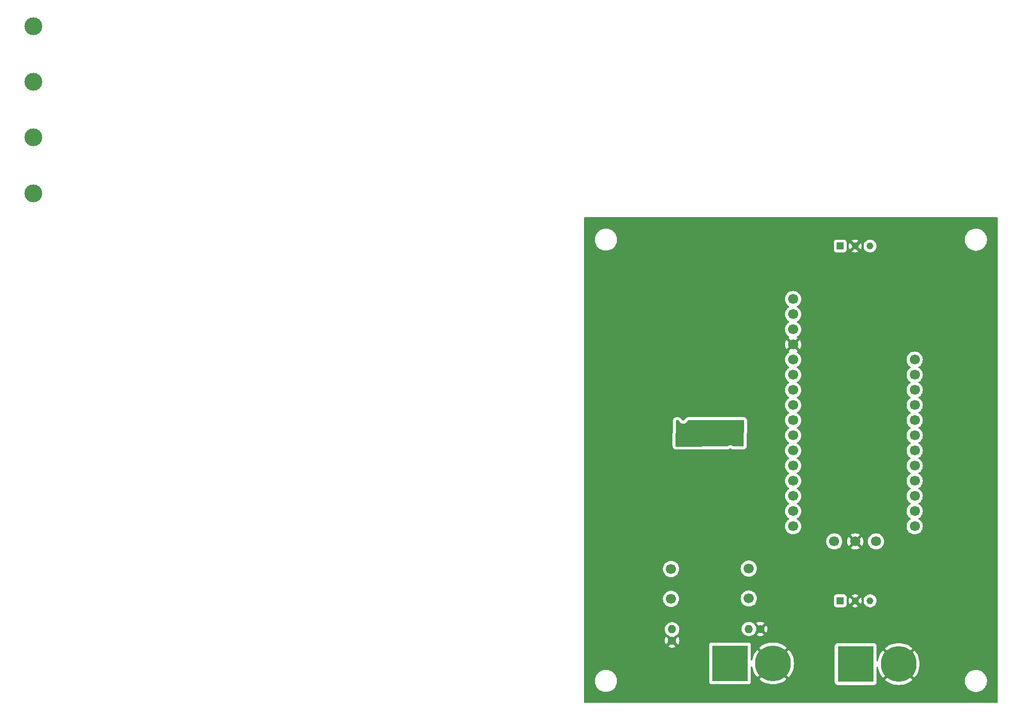
<source format=gbr>
%TF.GenerationSoftware,KiCad,Pcbnew,8.0.6*%
%TF.CreationDate,2025-02-01T23:36:04-08:00*%
%TF.ProjectId,Joulemeter,4a6f756c-656d-4657-9465-722e6b696361,rev?*%
%TF.SameCoordinates,Original*%
%TF.FileFunction,Copper,L2,Bot*%
%TF.FilePolarity,Positive*%
%FSLAX46Y46*%
G04 Gerber Fmt 4.6, Leading zero omitted, Abs format (unit mm)*
G04 Created by KiCad (PCBNEW 8.0.6) date 2025-02-01 23:36:04*
%MOMM*%
%LPD*%
G01*
G04 APERTURE LIST*
%TA.AperFunction,ComponentPad*%
%ADD10C,3.000000*%
%TD*%
%TA.AperFunction,ComponentPad*%
%ADD11C,6.000000*%
%TD*%
%TA.AperFunction,ComponentPad*%
%ADD12R,6.000000X6.000000*%
%TD*%
%TA.AperFunction,ComponentPad*%
%ADD13C,1.700000*%
%TD*%
%TA.AperFunction,ComponentPad*%
%ADD14C,1.400000*%
%TD*%
%TA.AperFunction,ComponentPad*%
%ADD15O,1.400000X1.400000*%
%TD*%
%TA.AperFunction,ComponentPad*%
%ADD16R,1.150000X1.150000*%
%TD*%
%TA.AperFunction,ComponentPad*%
%ADD17C,1.150000*%
%TD*%
%TA.AperFunction,ViaPad*%
%ADD18C,0.600000*%
%TD*%
G04 APERTURE END LIST*
D10*
%TO.P,J8,1,Pin_1*%
%TO.N,unconnected-(J8-Pin_1-Pad1)*%
X5025000Y-32225000D03*
%TD*%
%TO.P,J5,1,Pin_1*%
%TO.N,unconnected-(J5-Pin_1-Pad1)*%
X5025000Y-4175000D03*
%TD*%
D11*
%TO.P,J4,N,NEG*%
%TO.N,GND*%
X150050000Y-111160000D03*
D12*
%TO.P,J4,P,POS*%
%TO.N,/SHUNT_OUT*%
X142850000Y-111160000D03*
%TD*%
D13*
%TO.P,C11,3*%
%TO.N,Net-(C11-Pad2)*%
X124940000Y-100178250D03*
%TO.P,C11,4*%
%TO.N,/SHUNT_OUT*%
X124940000Y-95161750D03*
%TD*%
D10*
%TO.P,J6,1,Pin_1*%
%TO.N,unconnected-(J6-Pin_1-Pad1)*%
X5025000Y-13525000D03*
%TD*%
D13*
%TO.P,C12,3*%
%TO.N,Net-(C12-Pad2)*%
X111910000Y-100226500D03*
%TO.P,C12,4*%
%TO.N,+48V*%
X111910000Y-95210000D03*
%TD*%
D14*
%TO.P,R8,1*%
%TO.N,GND*%
X126850000Y-105280000D03*
D15*
%TO.P,R8,2*%
%TO.N,Net-(C11-Pad2)*%
X124950000Y-105280000D03*
%TD*%
D10*
%TO.P,J7,1,Pin_1*%
%TO.N,unconnected-(J7-Pin_1-Pad1)*%
X5025000Y-22875000D03*
%TD*%
D13*
%TO.P,RP2,1,VBAT*%
%TO.N,unconnected-(RP2-VBAT-Pad1)*%
X152730000Y-60120000D03*
%TO.P,RP2,2,EN*%
%TO.N,+5V*%
X152730000Y-62660000D03*
%TO.P,RP2,3,VBUS*%
%TO.N,unconnected-(RP2-VBUS-Pad3)*%
X152730000Y-65200000D03*
%TO.P,RP2,4,D13*%
%TO.N,Net-(RP2-D13)*%
X152730000Y-67740000D03*
%TO.P,RP2,5,D12*%
%TO.N,Net-(RP2-D12)*%
X152730000Y-70280000D03*
%TO.P,RP2,6,D11*%
%TO.N,unconnected-(RP2-D11-Pad6)*%
X152730000Y-72820000D03*
%TO.P,RP2,7,D10*%
%TO.N,unconnected-(RP2-D10-Pad7)*%
X152730000Y-75360000D03*
%TO.P,RP2,8,D9*%
%TO.N,unconnected-(RP2-D9-Pad8)*%
X152730000Y-77900000D03*
%TO.P,RP2,9,D6*%
%TO.N,unconnected-(RP2-D6-Pad9)*%
X152730000Y-80440000D03*
%TO.P,RP2,10,D5*%
%TO.N,unconnected-(RP2-D5-Pad10)*%
X152730000Y-82980000D03*
%TO.P,RP2,11,SCL*%
%TO.N,unconnected-(RP2-SCL-Pad11)*%
X152730000Y-85520000D03*
%TO.P,RP2,12,SDA*%
%TO.N,unconnected-(RP2-SDA-Pad12)*%
X152730000Y-88060000D03*
%TO.P,RP2,13,D4*%
%TO.N,unconnected-(RP2-D4-Pad13)*%
X132346500Y-88060000D03*
%TO.P,RP2,14,TX*%
%TO.N,unconnected-(RP2-TX-Pad14)*%
X132346500Y-85520000D03*
%TO.P,RP2,15,RX*%
%TO.N,unconnected-(RP2-RX-Pad15)*%
X132346500Y-82980000D03*
%TO.P,RP2,16,MISO*%
%TO.N,unconnected-(RP2-MISO-Pad16)*%
X132346500Y-80440000D03*
%TO.P,RP2,17,MOSI*%
%TO.N,unconnected-(RP2-MOSI-Pad17)*%
X132346500Y-77900000D03*
%TO.P,RP2,18,SCK*%
%TO.N,/SCK*%
X132346500Y-75360000D03*
%TO.P,RP2,19,D25*%
%TO.N,unconnected-(RP2-D25-Pad19)*%
X132346500Y-72820000D03*
%TO.P,RP2,20,D24*%
%TO.N,/GPIO_RESET*%
X132346500Y-70280000D03*
%TO.P,RP2,21,A3*%
%TO.N,/CS*%
X132346500Y-67740000D03*
%TO.P,RP2,22,A2*%
%TO.N,/MISO*%
X132346500Y-65200000D03*
%TO.P,RP2,23,A1*%
%TO.N,/MOSI*%
X132346500Y-62660000D03*
%TO.P,RP2,24,A0*%
%TO.N,/GPIO_CLKIN*%
X132346500Y-60120000D03*
%TO.P,RP2,25,GND*%
%TO.N,GND*%
X132346500Y-57580000D03*
%TO.P,RP2,26,3.3V*%
%TO.N,+3V3*%
X132346500Y-55040000D03*
%TO.P,RP2,27,3.3V*%
X132346500Y-52500000D03*
%TO.P,RP2,28,RESET*%
%TO.N,unconnected-(RP2-RESET-Pad28)*%
X132346500Y-49960000D03*
%TO.P,RP2,29,CAN_L*%
%TO.N,/CAN_L*%
X146260500Y-90600000D03*
%TO.P,RP2,30,GND*%
%TO.N,GND*%
X142760500Y-90600000D03*
%TO.P,RP2,31,CAN_H*%
%TO.N,/CAN_H*%
X139260500Y-90600000D03*
%TD*%
D16*
%TO.P,J3,1,1*%
%TO.N,/CAN_H*%
X140260500Y-100550000D03*
D17*
%TO.P,J3,2,2*%
%TO.N,GND*%
X142760500Y-100550000D03*
%TO.P,J3,3,3*%
%TO.N,/CAN_L*%
X145260500Y-100550000D03*
%TD*%
D16*
%TO.P,J2,1,1*%
%TO.N,/CAN_H*%
X140260500Y-41060000D03*
D17*
%TO.P,J2,2,2*%
%TO.N,GND*%
X142760500Y-41060000D03*
%TO.P,J2,3,3*%
%TO.N,/CAN_L*%
X145260500Y-41060000D03*
%TD*%
D14*
%TO.P,R9,1*%
%TO.N,GND*%
X112080000Y-107230000D03*
D15*
%TO.P,R9,2*%
%TO.N,Net-(C12-Pad2)*%
X112080000Y-105330000D03*
%TD*%
D11*
%TO.P,J1,N,NEG*%
%TO.N,GND*%
X128990000Y-111060000D03*
D12*
%TO.P,J1,P,POS*%
%TO.N,+48V*%
X121790000Y-111060000D03*
%TD*%
D18*
%TO.N,GND*%
X117125000Y-63775000D03*
X159700000Y-82150000D03*
X152780000Y-98640000D03*
X164300000Y-56650000D03*
X115600000Y-40450000D03*
X105600000Y-47200000D03*
X125000000Y-40450000D03*
X112400000Y-116000000D03*
X160575000Y-66125000D03*
X129400000Y-57580000D03*
X113160000Y-60750000D03*
X164100000Y-71000000D03*
X159530000Y-98590000D03*
X107680000Y-85620000D03*
X105725000Y-70825000D03*
X125100000Y-45600000D03*
X126929199Y-87849198D03*
X109460000Y-63590000D03*
X126200000Y-61425000D03*
X115800000Y-46200000D03*
X159350000Y-91650000D03*
X107680000Y-89940000D03*
X164450000Y-49600000D03*
X126929199Y-85799198D03*
X113940000Y-70020000D03*
X102800000Y-92800000D03*
X102230000Y-59340000D03*
X122090000Y-64330000D03*
X112400000Y-111400000D03*
X105750000Y-52050000D03*
X103400000Y-80400000D03*
X117000000Y-66200000D03*
X115800000Y-51800000D03*
X102800000Y-107000000D03*
X123924500Y-52155000D03*
X126929199Y-89999198D03*
X121850000Y-75300000D03*
X157750000Y-49550000D03*
X102800000Y-100400000D03*
X122120000Y-56310000D03*
X107680000Y-87760000D03*
X121990000Y-68000000D03*
X157920000Y-65200000D03*
X152800000Y-104825000D03*
X126425000Y-56075000D03*
X164175000Y-75375000D03*
X116450000Y-56750000D03*
X110635000Y-60205000D03*
%TO.N,+3V3*%
X114175000Y-74200000D03*
X123000000Y-71750000D03*
%TD*%
%TA.AperFunction,Conductor*%
%TO.N,+3V3*%
G36*
X124091390Y-70269813D02*
G01*
X124137260Y-70322517D01*
X124148571Y-70375684D01*
X124101386Y-74527944D01*
X124080941Y-74594755D01*
X124027620Y-74639907D01*
X123977937Y-74650534D01*
X122368467Y-74657577D01*
X122301952Y-74638572D01*
X122199522Y-74574210D01*
X122199518Y-74574209D01*
X122029262Y-74514633D01*
X122029249Y-74514630D01*
X121850004Y-74494435D01*
X121849996Y-74494435D01*
X121670750Y-74514630D01*
X121670737Y-74514633D01*
X121500479Y-74574209D01*
X121390780Y-74643137D01*
X121325352Y-74662142D01*
X112800958Y-74699448D01*
X112733833Y-74680057D01*
X112687847Y-74627454D01*
X112676423Y-74574048D01*
X112676944Y-74527944D01*
X112723617Y-70397328D01*
X112744058Y-70330518D01*
X112797375Y-70285363D01*
X112847336Y-70274732D01*
X113092602Y-70274195D01*
X113159682Y-70293733D01*
X113205552Y-70346437D01*
X113209912Y-70357238D01*
X113214210Y-70369521D01*
X113310184Y-70522262D01*
X113437738Y-70649816D01*
X113590478Y-70745789D01*
X113760745Y-70805368D01*
X113760750Y-70805369D01*
X113939996Y-70825565D01*
X113940000Y-70825565D01*
X113940004Y-70825565D01*
X114119249Y-70805369D01*
X114119252Y-70805368D01*
X114119255Y-70805368D01*
X114289522Y-70745789D01*
X114442262Y-70649816D01*
X114569816Y-70522262D01*
X114665789Y-70369522D01*
X114671384Y-70353530D01*
X114712103Y-70296756D01*
X114777055Y-70271006D01*
X114788122Y-70270485D01*
X124024308Y-70250275D01*
X124091390Y-70269813D01*
G37*
%TD.AperFunction*%
%TD*%
%TA.AperFunction,Conductor*%
%TO.N,GND*%
G36*
X166597539Y-36260185D02*
G01*
X166643294Y-36312989D01*
X166654500Y-36364500D01*
X166654500Y-117575500D01*
X166634815Y-117642539D01*
X166582011Y-117688294D01*
X166530500Y-117699500D01*
X97414500Y-117699500D01*
X97347461Y-117679815D01*
X97301706Y-117627011D01*
X97290500Y-117575500D01*
X97290500Y-113868711D01*
X99139500Y-113868711D01*
X99139500Y-114111288D01*
X99164650Y-114302331D01*
X99171162Y-114351789D01*
X99173842Y-114361789D01*
X99233947Y-114586104D01*
X99326773Y-114810205D01*
X99326777Y-114810214D01*
X99332551Y-114820214D01*
X99448064Y-115020289D01*
X99448066Y-115020292D01*
X99448067Y-115020293D01*
X99595733Y-115212736D01*
X99595739Y-115212743D01*
X99767256Y-115384260D01*
X99767263Y-115384266D01*
X99880321Y-115471018D01*
X99959711Y-115531936D01*
X100169788Y-115653224D01*
X100393900Y-115746054D01*
X100628211Y-115808838D01*
X100808586Y-115832584D01*
X100868711Y-115840500D01*
X100868712Y-115840500D01*
X101111289Y-115840500D01*
X101159388Y-115834167D01*
X101351789Y-115808838D01*
X101586100Y-115746054D01*
X101810212Y-115653224D01*
X102020289Y-115531936D01*
X102212738Y-115384265D01*
X102384265Y-115212738D01*
X102531936Y-115020289D01*
X102653224Y-114810212D01*
X102746054Y-114586100D01*
X102808838Y-114351789D01*
X102840500Y-114111288D01*
X102840500Y-113868712D01*
X102808838Y-113628211D01*
X102746054Y-113393900D01*
X102653224Y-113169788D01*
X102531936Y-112959711D01*
X102384265Y-112767262D01*
X102384260Y-112767256D01*
X102212743Y-112595739D01*
X102212736Y-112595733D01*
X102020293Y-112448067D01*
X102020292Y-112448066D01*
X102020289Y-112448064D01*
X101810212Y-112326776D01*
X101809869Y-112326634D01*
X101586104Y-112233947D01*
X101351785Y-112171161D01*
X101111289Y-112139500D01*
X101111288Y-112139500D01*
X100868712Y-112139500D01*
X100868711Y-112139500D01*
X100628214Y-112171161D01*
X100393895Y-112233947D01*
X100169794Y-112326773D01*
X100169785Y-112326777D01*
X99959706Y-112448067D01*
X99767263Y-112595733D01*
X99767256Y-112595739D01*
X99595739Y-112767256D01*
X99595733Y-112767263D01*
X99448067Y-112959706D01*
X99448064Y-112959710D01*
X99448064Y-112959711D01*
X99431817Y-112987851D01*
X99326777Y-113169785D01*
X99326773Y-113169794D01*
X99233947Y-113393895D01*
X99171161Y-113628214D01*
X99139500Y-113868711D01*
X97290500Y-113868711D01*
X97290500Y-108236879D01*
X111426672Y-108236879D01*
X111426672Y-108236880D01*
X111542821Y-108308797D01*
X111542822Y-108308798D01*
X111750195Y-108389134D01*
X111968807Y-108430000D01*
X112191193Y-108430000D01*
X112409809Y-108389133D01*
X112617168Y-108308801D01*
X112617181Y-108308795D01*
X112733326Y-108236879D01*
X112508582Y-108012135D01*
X118289500Y-108012135D01*
X118289500Y-114107870D01*
X118289501Y-114107876D01*
X118295908Y-114167483D01*
X118346202Y-114302328D01*
X118346206Y-114302335D01*
X118432452Y-114417544D01*
X118432455Y-114417547D01*
X118547664Y-114503793D01*
X118547671Y-114503797D01*
X118682517Y-114554091D01*
X118682516Y-114554091D01*
X118689444Y-114554835D01*
X118742127Y-114560500D01*
X124837872Y-114560499D01*
X124897483Y-114554091D01*
X125032331Y-114503796D01*
X125147546Y-114417546D01*
X125233796Y-114302331D01*
X125284091Y-114167483D01*
X125290500Y-114107873D01*
X125290499Y-111651423D01*
X125310184Y-111584387D01*
X125362987Y-111538632D01*
X125432146Y-111528688D01*
X125495702Y-111557713D01*
X125533476Y-111616491D01*
X125536972Y-111632028D01*
X125561784Y-111788684D01*
X125561784Y-111788686D01*
X125656736Y-112143051D01*
X125788204Y-112485535D01*
X125954754Y-112812406D01*
X126154553Y-113120070D01*
X126343297Y-113353148D01*
X127213947Y-112482498D01*
X127275895Y-112563230D01*
X127486770Y-112774105D01*
X127567500Y-112836051D01*
X126696850Y-113706701D01*
X126929929Y-113895446D01*
X127237593Y-114095245D01*
X127564464Y-114261795D01*
X127906948Y-114393263D01*
X128261314Y-114488215D01*
X128623646Y-114545602D01*
X128989999Y-114564803D01*
X128990001Y-114564803D01*
X129356353Y-114545602D01*
X129718684Y-114488215D01*
X129718686Y-114488215D01*
X130073051Y-114393263D01*
X130415535Y-114261795D01*
X130742406Y-114095245D01*
X131050064Y-113895450D01*
X131283148Y-113706701D01*
X130412499Y-112836052D01*
X130493230Y-112774105D01*
X130704105Y-112563230D01*
X130766052Y-112482499D01*
X131636701Y-113353148D01*
X131825450Y-113120064D01*
X132025245Y-112812406D01*
X132191795Y-112485535D01*
X132323263Y-112143051D01*
X132418215Y-111788686D01*
X132418215Y-111788684D01*
X132475602Y-111426353D01*
X132494803Y-111060000D01*
X132494803Y-111059999D01*
X132475602Y-110693646D01*
X132418215Y-110331315D01*
X132418215Y-110331313D01*
X132323263Y-109976948D01*
X132191795Y-109634464D01*
X132025245Y-109307594D01*
X131825446Y-108999929D01*
X131636701Y-108766850D01*
X130766051Y-109637499D01*
X130704105Y-109556770D01*
X130493230Y-109345895D01*
X130412499Y-109283947D01*
X131283149Y-108413297D01*
X131050070Y-108224553D01*
X130876961Y-108112135D01*
X139349500Y-108112135D01*
X139349500Y-114207870D01*
X139349501Y-114207876D01*
X139355908Y-114267483D01*
X139406202Y-114402328D01*
X139406206Y-114402335D01*
X139492452Y-114517544D01*
X139492455Y-114517547D01*
X139607664Y-114603793D01*
X139607671Y-114603797D01*
X139742517Y-114654091D01*
X139742516Y-114654091D01*
X139749444Y-114654835D01*
X139802127Y-114660500D01*
X145897872Y-114660499D01*
X145957483Y-114654091D01*
X146092331Y-114603796D01*
X146207546Y-114517546D01*
X146293796Y-114402331D01*
X146344091Y-114267483D01*
X146350500Y-114207873D01*
X146350499Y-111751423D01*
X146370184Y-111684387D01*
X146422987Y-111638632D01*
X146492146Y-111628688D01*
X146555702Y-111657713D01*
X146593476Y-111716491D01*
X146596972Y-111732028D01*
X146621784Y-111888684D01*
X146621784Y-111888686D01*
X146716736Y-112243051D01*
X146848204Y-112585535D01*
X147014754Y-112912406D01*
X147214553Y-113220070D01*
X147403297Y-113453148D01*
X148273947Y-112582498D01*
X148335895Y-112663230D01*
X148546770Y-112874105D01*
X148627500Y-112936051D01*
X147756850Y-113806701D01*
X147989929Y-113995446D01*
X148297593Y-114195245D01*
X148624464Y-114361795D01*
X148966948Y-114493263D01*
X149321314Y-114588215D01*
X149683646Y-114645602D01*
X150049999Y-114664803D01*
X150050001Y-114664803D01*
X150416353Y-114645602D01*
X150778684Y-114588215D01*
X150778686Y-114588215D01*
X151133051Y-114493263D01*
X151475535Y-114361795D01*
X151802406Y-114195245D01*
X152110064Y-113995450D01*
X152254224Y-113878711D01*
X161149500Y-113878711D01*
X161149500Y-114121288D01*
X161168746Y-114267483D01*
X161181162Y-114361789D01*
X161192025Y-114402331D01*
X161243947Y-114596104D01*
X161332631Y-114810205D01*
X161336776Y-114820212D01*
X161458064Y-115030289D01*
X161458066Y-115030292D01*
X161458067Y-115030293D01*
X161605733Y-115222736D01*
X161605739Y-115222743D01*
X161777256Y-115394260D01*
X161777262Y-115394265D01*
X161969711Y-115541936D01*
X162179788Y-115663224D01*
X162403900Y-115756054D01*
X162638211Y-115818838D01*
X162802753Y-115840500D01*
X162878711Y-115850500D01*
X162878712Y-115850500D01*
X163121289Y-115850500D01*
X163169388Y-115844167D01*
X163361789Y-115818838D01*
X163596100Y-115756054D01*
X163820212Y-115663224D01*
X164030289Y-115541936D01*
X164222738Y-115394265D01*
X164394265Y-115222738D01*
X164541936Y-115030289D01*
X164663224Y-114820212D01*
X164756054Y-114596100D01*
X164818838Y-114361789D01*
X164850500Y-114121288D01*
X164850500Y-113878712D01*
X164849183Y-113868712D01*
X164841020Y-113806701D01*
X164818838Y-113638211D01*
X164756054Y-113403900D01*
X164663224Y-113179788D01*
X164541936Y-112969711D01*
X164394265Y-112777262D01*
X164394260Y-112777256D01*
X164222743Y-112605739D01*
X164222736Y-112605733D01*
X164030293Y-112458067D01*
X164030292Y-112458066D01*
X164030289Y-112458064D01*
X163820212Y-112336776D01*
X163820205Y-112336773D01*
X163596104Y-112243947D01*
X163361785Y-112181161D01*
X163121289Y-112149500D01*
X163121288Y-112149500D01*
X162878712Y-112149500D01*
X162878711Y-112149500D01*
X162638214Y-112181161D01*
X162403895Y-112243947D01*
X162179794Y-112336773D01*
X162179785Y-112336777D01*
X161969706Y-112458067D01*
X161777263Y-112605733D01*
X161777256Y-112605739D01*
X161605739Y-112777256D01*
X161605733Y-112777263D01*
X161458067Y-112969706D01*
X161336777Y-113179785D01*
X161336773Y-113179794D01*
X161243947Y-113403895D01*
X161181161Y-113638214D01*
X161149500Y-113878711D01*
X152254224Y-113878711D01*
X152343148Y-113806701D01*
X151472499Y-112936052D01*
X151553230Y-112874105D01*
X151764105Y-112663230D01*
X151826052Y-112582499D01*
X152696701Y-113453148D01*
X152885450Y-113220064D01*
X153085245Y-112912406D01*
X153251795Y-112585535D01*
X153383263Y-112243051D01*
X153478215Y-111888686D01*
X153478215Y-111888684D01*
X153535602Y-111526353D01*
X153554803Y-111160000D01*
X153554803Y-111159999D01*
X153535602Y-110793646D01*
X153478215Y-110431315D01*
X153478215Y-110431313D01*
X153383263Y-110076948D01*
X153251795Y-109734464D01*
X153085245Y-109407594D01*
X152885446Y-109099929D01*
X152696701Y-108866850D01*
X151826051Y-109737499D01*
X151764105Y-109656770D01*
X151553230Y-109445895D01*
X151472499Y-109383947D01*
X152343149Y-108513297D01*
X152110070Y-108324553D01*
X151802406Y-108124754D01*
X151475535Y-107958204D01*
X151133051Y-107826736D01*
X150778685Y-107731784D01*
X150416353Y-107674397D01*
X150050001Y-107655197D01*
X150049999Y-107655197D01*
X149683646Y-107674397D01*
X149321315Y-107731784D01*
X149321313Y-107731784D01*
X148966948Y-107826736D01*
X148624464Y-107958204D01*
X148297594Y-108124754D01*
X147989924Y-108324557D01*
X147756849Y-108513296D01*
X147756849Y-108513297D01*
X148627500Y-109383948D01*
X148546770Y-109445895D01*
X148335895Y-109656770D01*
X148273948Y-109737500D01*
X147403297Y-108866849D01*
X147403296Y-108866849D01*
X147214557Y-109099924D01*
X147014754Y-109407594D01*
X146848204Y-109734464D01*
X146716736Y-110076948D01*
X146621784Y-110431313D01*
X146621784Y-110431315D01*
X146596972Y-110587972D01*
X146567043Y-110651107D01*
X146507731Y-110688038D01*
X146437869Y-110687040D01*
X146379636Y-110648430D01*
X146351522Y-110584466D01*
X146350499Y-110568574D01*
X146350499Y-108112129D01*
X146350498Y-108112123D01*
X146350497Y-108112116D01*
X146344091Y-108052517D01*
X146329027Y-108012129D01*
X146293797Y-107917671D01*
X146293793Y-107917664D01*
X146207547Y-107802455D01*
X146207544Y-107802452D01*
X146092335Y-107716206D01*
X146092328Y-107716202D01*
X145957482Y-107665908D01*
X145957483Y-107665908D01*
X145897883Y-107659501D01*
X145897881Y-107659500D01*
X145897873Y-107659500D01*
X145897864Y-107659500D01*
X139802129Y-107659500D01*
X139802123Y-107659501D01*
X139742516Y-107665908D01*
X139607671Y-107716202D01*
X139607664Y-107716206D01*
X139492455Y-107802452D01*
X139492452Y-107802455D01*
X139406206Y-107917664D01*
X139406202Y-107917671D01*
X139355908Y-108052517D01*
X139349501Y-108112116D01*
X139349501Y-108112123D01*
X139349500Y-108112135D01*
X130876961Y-108112135D01*
X130742406Y-108024754D01*
X130415535Y-107858204D01*
X130073051Y-107726736D01*
X129718685Y-107631784D01*
X129356353Y-107574397D01*
X128990001Y-107555197D01*
X128989999Y-107555197D01*
X128623646Y-107574397D01*
X128261315Y-107631784D01*
X128261313Y-107631784D01*
X127906948Y-107726736D01*
X127564464Y-107858204D01*
X127237594Y-108024754D01*
X126929924Y-108224557D01*
X126696849Y-108413296D01*
X126696849Y-108413297D01*
X127567500Y-109283948D01*
X127486770Y-109345895D01*
X127275895Y-109556770D01*
X127213948Y-109637500D01*
X126343297Y-108766849D01*
X126343296Y-108766849D01*
X126154557Y-108999924D01*
X125954754Y-109307594D01*
X125788204Y-109634464D01*
X125656736Y-109976948D01*
X125561784Y-110331313D01*
X125561784Y-110331315D01*
X125536972Y-110487972D01*
X125507043Y-110551107D01*
X125447731Y-110588038D01*
X125377869Y-110587040D01*
X125319636Y-110548430D01*
X125291522Y-110484466D01*
X125290499Y-110468574D01*
X125290499Y-108012129D01*
X125290498Y-108012123D01*
X125290497Y-108012116D01*
X125284091Y-107952517D01*
X125271094Y-107917671D01*
X125233797Y-107817671D01*
X125233793Y-107817664D01*
X125147547Y-107702455D01*
X125147544Y-107702452D01*
X125032335Y-107616206D01*
X125032328Y-107616202D01*
X124897482Y-107565908D01*
X124897483Y-107565908D01*
X124837883Y-107559501D01*
X124837881Y-107559500D01*
X124837873Y-107559500D01*
X124837864Y-107559500D01*
X118742129Y-107559500D01*
X118742123Y-107559501D01*
X118682516Y-107565908D01*
X118547671Y-107616202D01*
X118547664Y-107616206D01*
X118432455Y-107702452D01*
X118432452Y-107702455D01*
X118346206Y-107817664D01*
X118346202Y-107817671D01*
X118295908Y-107952517D01*
X118289501Y-108012116D01*
X118289501Y-108012123D01*
X118289500Y-108012135D01*
X112508582Y-108012135D01*
X112080001Y-107583553D01*
X112080000Y-107583553D01*
X111426672Y-108236879D01*
X97290500Y-108236879D01*
X97290500Y-107229999D01*
X110874859Y-107229999D01*
X110874859Y-107230000D01*
X110895378Y-107451439D01*
X110956240Y-107665350D01*
X111055369Y-107864428D01*
X111071137Y-107885308D01*
X111071138Y-107885308D01*
X111726447Y-107230000D01*
X111680369Y-107183922D01*
X111730000Y-107183922D01*
X111730000Y-107276078D01*
X111753852Y-107365095D01*
X111799930Y-107444905D01*
X111865095Y-107510070D01*
X111944905Y-107556148D01*
X112033922Y-107580000D01*
X112126078Y-107580000D01*
X112215095Y-107556148D01*
X112294905Y-107510070D01*
X112360070Y-107444905D01*
X112406148Y-107365095D01*
X112430000Y-107276078D01*
X112430000Y-107229999D01*
X112433553Y-107229999D01*
X112433553Y-107230000D01*
X113088861Y-107885308D01*
X113104631Y-107864425D01*
X113104633Y-107864422D01*
X113203759Y-107665350D01*
X113264621Y-107451439D01*
X113285141Y-107230000D01*
X113285141Y-107229999D01*
X113264621Y-107008560D01*
X113203759Y-106794649D01*
X113104635Y-106595580D01*
X113104630Y-106595572D01*
X113088860Y-106574690D01*
X112433553Y-107229999D01*
X112430000Y-107229999D01*
X112430000Y-107183922D01*
X112406148Y-107094905D01*
X112360070Y-107015095D01*
X112294905Y-106949930D01*
X112215095Y-106903852D01*
X112126078Y-106880000D01*
X112033922Y-106880000D01*
X111944905Y-106903852D01*
X111865095Y-106949930D01*
X111799930Y-107015095D01*
X111753852Y-107094905D01*
X111730000Y-107183922D01*
X111680369Y-107183922D01*
X111071138Y-106574691D01*
X111071137Y-106574691D01*
X111055368Y-106595574D01*
X110956240Y-106794649D01*
X110895378Y-107008560D01*
X110874859Y-107229999D01*
X97290500Y-107229999D01*
X97290500Y-105329999D01*
X110874357Y-105329999D01*
X110874357Y-105330000D01*
X110894884Y-105551535D01*
X110894885Y-105551537D01*
X110955769Y-105765523D01*
X110955775Y-105765538D01*
X111054938Y-105964683D01*
X111054943Y-105964691D01*
X111189020Y-106142238D01*
X111353437Y-106292123D01*
X111353439Y-106292125D01*
X111461116Y-106358795D01*
X111542599Y-106409247D01*
X111632806Y-106444193D01*
X111675691Y-106472138D01*
X112080000Y-106876447D01*
X112080001Y-106876447D01*
X112484308Y-106472138D01*
X112527193Y-106444193D01*
X112617401Y-106409247D01*
X112806562Y-106292124D01*
X112970981Y-106142236D01*
X113105058Y-105964689D01*
X113204229Y-105765528D01*
X113265115Y-105551536D01*
X113285643Y-105330000D01*
X113281010Y-105279999D01*
X123744357Y-105279999D01*
X123744357Y-105280000D01*
X123764884Y-105501535D01*
X123764885Y-105501537D01*
X123825769Y-105715523D01*
X123825775Y-105715538D01*
X123924938Y-105914683D01*
X123924943Y-105914691D01*
X124059020Y-106092238D01*
X124223437Y-106242123D01*
X124223439Y-106242125D01*
X124412595Y-106359245D01*
X124412596Y-106359245D01*
X124412599Y-106359247D01*
X124620060Y-106439618D01*
X124838757Y-106480500D01*
X124838759Y-106480500D01*
X125061241Y-106480500D01*
X125061243Y-106480500D01*
X125279940Y-106439618D01*
X125487401Y-106359247D01*
X125604280Y-106286879D01*
X126196672Y-106286879D01*
X126196672Y-106286880D01*
X126312821Y-106358797D01*
X126312822Y-106358798D01*
X126520195Y-106439134D01*
X126738807Y-106480000D01*
X126961193Y-106480000D01*
X127179809Y-106439133D01*
X127387168Y-106358801D01*
X127387181Y-106358795D01*
X127503326Y-106286879D01*
X126850001Y-105633553D01*
X126850000Y-105633553D01*
X126196672Y-106286879D01*
X125604280Y-106286879D01*
X125676562Y-106242124D01*
X125840981Y-106092236D01*
X125975058Y-105914689D01*
X126049332Y-105765528D01*
X126076785Y-105710396D01*
X126077912Y-105710957D01*
X126101144Y-105675302D01*
X126496447Y-105280000D01*
X126450369Y-105233922D01*
X126500000Y-105233922D01*
X126500000Y-105326078D01*
X126523852Y-105415095D01*
X126569930Y-105494905D01*
X126635095Y-105560070D01*
X126714905Y-105606148D01*
X126803922Y-105630000D01*
X126896078Y-105630000D01*
X126985095Y-105606148D01*
X127064905Y-105560070D01*
X127130070Y-105494905D01*
X127176148Y-105415095D01*
X127200000Y-105326078D01*
X127200000Y-105279999D01*
X127203553Y-105279999D01*
X127203553Y-105280000D01*
X127858861Y-105935308D01*
X127874631Y-105914425D01*
X127874633Y-105914422D01*
X127973759Y-105715350D01*
X128034621Y-105501439D01*
X128055141Y-105280000D01*
X128055141Y-105279999D01*
X128034621Y-105058560D01*
X127973759Y-104844649D01*
X127874635Y-104645580D01*
X127874630Y-104645572D01*
X127858860Y-104624690D01*
X127203553Y-105279999D01*
X127200000Y-105279999D01*
X127200000Y-105233922D01*
X127176148Y-105144905D01*
X127130070Y-105065095D01*
X127064905Y-104999930D01*
X126985095Y-104953852D01*
X126896078Y-104930000D01*
X126803922Y-104930000D01*
X126714905Y-104953852D01*
X126635095Y-104999930D01*
X126569930Y-105065095D01*
X126523852Y-105144905D01*
X126500000Y-105233922D01*
X126450369Y-105233922D01*
X126101143Y-104884696D01*
X126077914Y-104849041D01*
X126076785Y-104849604D01*
X125975061Y-104645316D01*
X125975056Y-104645308D01*
X125840979Y-104467761D01*
X125676562Y-104317876D01*
X125676560Y-104317874D01*
X125604278Y-104273119D01*
X126196671Y-104273119D01*
X126850000Y-104926447D01*
X126850001Y-104926447D01*
X127503327Y-104273119D01*
X127387178Y-104201202D01*
X127387177Y-104201201D01*
X127179804Y-104120865D01*
X126961193Y-104080000D01*
X126738807Y-104080000D01*
X126520195Y-104120865D01*
X126312824Y-104201200D01*
X126312823Y-104201201D01*
X126196671Y-104273119D01*
X125604278Y-104273119D01*
X125487404Y-104200754D01*
X125487398Y-104200752D01*
X125279940Y-104120382D01*
X125061243Y-104079500D01*
X124838757Y-104079500D01*
X124620060Y-104120382D01*
X124490995Y-104170382D01*
X124412601Y-104200752D01*
X124412595Y-104200754D01*
X124223439Y-104317874D01*
X124223437Y-104317876D01*
X124059020Y-104467761D01*
X123924943Y-104645308D01*
X123924938Y-104645316D01*
X123825775Y-104844461D01*
X123825769Y-104844476D01*
X123764885Y-105058462D01*
X123764884Y-105058464D01*
X123744357Y-105279999D01*
X113281010Y-105279999D01*
X113265115Y-105108464D01*
X113204229Y-104894472D01*
X113204224Y-104894461D01*
X113105061Y-104695316D01*
X113105056Y-104695308D01*
X112970979Y-104517761D01*
X112806562Y-104367876D01*
X112806560Y-104367874D01*
X112617404Y-104250754D01*
X112617398Y-104250752D01*
X112409940Y-104170382D01*
X112191243Y-104129500D01*
X111968757Y-104129500D01*
X111750060Y-104170382D01*
X111670505Y-104201202D01*
X111542601Y-104250752D01*
X111542595Y-104250754D01*
X111353439Y-104367874D01*
X111353437Y-104367876D01*
X111189020Y-104517761D01*
X111054943Y-104695308D01*
X111054938Y-104695316D01*
X110955775Y-104894461D01*
X110955769Y-104894476D01*
X110894885Y-105108462D01*
X110894884Y-105108464D01*
X110874357Y-105329999D01*
X97290500Y-105329999D01*
X97290500Y-100226499D01*
X110554341Y-100226499D01*
X110554341Y-100226500D01*
X110574936Y-100461903D01*
X110574938Y-100461913D01*
X110636094Y-100690155D01*
X110636096Y-100690159D01*
X110636097Y-100690163D01*
X110719994Y-100870080D01*
X110735965Y-100904330D01*
X110735967Y-100904334D01*
X110837716Y-101049645D01*
X110871505Y-101097901D01*
X111038599Y-101264995D01*
X111135384Y-101332765D01*
X111232165Y-101400532D01*
X111232167Y-101400533D01*
X111232170Y-101400535D01*
X111446337Y-101500403D01*
X111674592Y-101561563D01*
X111862918Y-101578039D01*
X111909999Y-101582159D01*
X111910000Y-101582159D01*
X111910001Y-101582159D01*
X111949234Y-101578726D01*
X112145408Y-101561563D01*
X112373663Y-101500403D01*
X112587830Y-101400535D01*
X112781401Y-101264995D01*
X112948495Y-101097901D01*
X113084035Y-100904330D01*
X113183903Y-100690163D01*
X113245063Y-100461908D01*
X113265659Y-100226500D01*
X113261437Y-100178249D01*
X123584341Y-100178249D01*
X123584341Y-100178250D01*
X123604936Y-100413653D01*
X123604938Y-100413663D01*
X123666094Y-100641905D01*
X123666096Y-100641909D01*
X123666097Y-100641913D01*
X123765965Y-100856080D01*
X123765967Y-100856084D01*
X123874281Y-101010771D01*
X123901505Y-101049651D01*
X124068599Y-101216745D01*
X124155600Y-101277664D01*
X124262165Y-101352282D01*
X124262167Y-101352283D01*
X124262170Y-101352285D01*
X124476337Y-101452153D01*
X124704592Y-101513313D01*
X124892918Y-101529789D01*
X124939999Y-101533909D01*
X124940000Y-101533909D01*
X124940001Y-101533909D01*
X124979234Y-101530476D01*
X125175408Y-101513313D01*
X125403663Y-101452153D01*
X125617830Y-101352285D01*
X125811401Y-101216745D01*
X125978495Y-101049651D01*
X126114035Y-100856080D01*
X126213903Y-100641913D01*
X126275063Y-100413658D01*
X126295659Y-100178250D01*
X126294062Y-100160002D01*
X126278692Y-99984325D01*
X126275063Y-99942842D01*
X126270854Y-99927135D01*
X139185000Y-99927135D01*
X139185000Y-101172870D01*
X139185001Y-101172876D01*
X139191408Y-101232483D01*
X139241702Y-101367328D01*
X139241706Y-101367335D01*
X139327952Y-101482544D01*
X139327955Y-101482547D01*
X139443164Y-101568793D01*
X139443171Y-101568797D01*
X139578017Y-101619091D01*
X139578016Y-101619091D01*
X139584944Y-101619835D01*
X139637627Y-101625500D01*
X140883372Y-101625499D01*
X140942983Y-101619091D01*
X141077831Y-101568796D01*
X141193046Y-101482546D01*
X141279296Y-101367331D01*
X141329591Y-101232483D01*
X141336000Y-101172873D01*
X141335999Y-100549999D01*
X141680895Y-100549999D01*
X141680895Y-100550000D01*
X141699276Y-100748376D01*
X141699277Y-100748379D01*
X141753793Y-100939986D01*
X141753801Y-100940006D01*
X141841273Y-101115673D01*
X142360500Y-100596446D01*
X142360500Y-100602661D01*
X142387759Y-100704394D01*
X142440420Y-100795606D01*
X142514894Y-100870080D01*
X142606106Y-100922741D01*
X142707839Y-100950000D01*
X142714053Y-100950000D01*
X142197971Y-101466079D01*
X142197972Y-101466080D01*
X142279275Y-101516421D01*
X142279284Y-101516425D01*
X142465049Y-101588390D01*
X142465054Y-101588391D01*
X142660889Y-101625000D01*
X142860111Y-101625000D01*
X143055945Y-101588391D01*
X143055950Y-101588390D01*
X143241717Y-101516424D01*
X143241721Y-101516422D01*
X143323027Y-101466079D01*
X142806948Y-100950000D01*
X142813161Y-100950000D01*
X142914894Y-100922741D01*
X143006106Y-100870080D01*
X143080580Y-100795606D01*
X143133241Y-100704394D01*
X143160500Y-100602661D01*
X143160500Y-100596447D01*
X143679726Y-101115673D01*
X143767197Y-100940008D01*
X143767203Y-100939993D01*
X143821722Y-100748378D01*
X143821723Y-100748376D01*
X143840105Y-100550000D01*
X143840105Y-100549999D01*
X144180392Y-100549999D01*
X144180392Y-100550000D01*
X144198782Y-100748464D01*
X144198782Y-100748466D01*
X144198783Y-100748469D01*
X144253280Y-100940008D01*
X144253330Y-100940183D01*
X144342170Y-101118598D01*
X144342175Y-101118606D01*
X144462292Y-101277666D01*
X144560651Y-101367331D01*
X144609590Y-101411945D01*
X144697021Y-101466080D01*
X144778328Y-101516424D01*
X144779054Y-101516873D01*
X144964914Y-101588876D01*
X145160840Y-101625500D01*
X145160842Y-101625500D01*
X145360158Y-101625500D01*
X145360160Y-101625500D01*
X145556086Y-101588876D01*
X145741946Y-101516873D01*
X145911410Y-101411945D01*
X146058709Y-101277664D01*
X146178826Y-101118604D01*
X146267671Y-100940180D01*
X146322217Y-100748469D01*
X146340608Y-100550000D01*
X146322217Y-100351531D01*
X146267671Y-100159820D01*
X146262781Y-100150000D01*
X146178829Y-99981401D01*
X146178824Y-99981393D01*
X146058707Y-99822333D01*
X145911411Y-99688056D01*
X145911410Y-99688055D01*
X145823976Y-99633918D01*
X145741947Y-99583127D01*
X145741945Y-99583126D01*
X145653000Y-99548669D01*
X145556086Y-99511124D01*
X145556082Y-99511123D01*
X145477139Y-99496366D01*
X145360160Y-99474500D01*
X145160840Y-99474500D01*
X145070754Y-99491339D01*
X144964917Y-99511123D01*
X144964915Y-99511123D01*
X144964914Y-99511124D01*
X144913087Y-99531202D01*
X144779054Y-99583126D01*
X144779052Y-99583127D01*
X144609588Y-99688056D01*
X144462292Y-99822333D01*
X144342175Y-99981393D01*
X144342170Y-99981401D01*
X144253330Y-100159816D01*
X144198782Y-100351535D01*
X144180392Y-100549999D01*
X143840105Y-100549999D01*
X143821723Y-100351623D01*
X143821722Y-100351621D01*
X143767203Y-100160006D01*
X143767197Y-100159991D01*
X143679725Y-99984325D01*
X143160500Y-100503551D01*
X143160500Y-100497339D01*
X143133241Y-100395606D01*
X143080580Y-100304394D01*
X143006106Y-100229920D01*
X142914894Y-100177259D01*
X142813161Y-100150000D01*
X142806948Y-100150000D01*
X143323027Y-99633919D01*
X143323026Y-99633918D01*
X143241724Y-99583579D01*
X143241715Y-99583574D01*
X143055950Y-99511609D01*
X143055945Y-99511608D01*
X142860111Y-99475000D01*
X142660889Y-99475000D01*
X142465054Y-99511608D01*
X142465053Y-99511608D01*
X142279280Y-99583576D01*
X142279276Y-99583578D01*
X142197971Y-99633919D01*
X142714053Y-100150000D01*
X142707839Y-100150000D01*
X142606106Y-100177259D01*
X142514894Y-100229920D01*
X142440420Y-100304394D01*
X142387759Y-100395606D01*
X142360500Y-100497339D01*
X142360500Y-100503552D01*
X141841273Y-99984325D01*
X141753798Y-100160002D01*
X141753793Y-100160013D01*
X141699277Y-100351620D01*
X141699276Y-100351623D01*
X141680895Y-100549999D01*
X141335999Y-100549999D01*
X141335999Y-99927128D01*
X141329591Y-99867517D01*
X141312738Y-99822333D01*
X141279297Y-99732671D01*
X141279293Y-99732664D01*
X141193047Y-99617455D01*
X141193044Y-99617452D01*
X141077835Y-99531206D01*
X141077828Y-99531202D01*
X140942982Y-99480908D01*
X140942983Y-99480908D01*
X140883383Y-99474501D01*
X140883381Y-99474500D01*
X140883373Y-99474500D01*
X140883364Y-99474500D01*
X139637629Y-99474500D01*
X139637623Y-99474501D01*
X139578016Y-99480908D01*
X139443171Y-99531202D01*
X139443164Y-99531206D01*
X139327955Y-99617452D01*
X139327952Y-99617455D01*
X139241706Y-99732664D01*
X139241702Y-99732671D01*
X139191408Y-99867517D01*
X139185001Y-99927116D01*
X139185001Y-99927123D01*
X139185000Y-99927135D01*
X126270854Y-99927135D01*
X126213903Y-99714587D01*
X126114035Y-99500421D01*
X126012279Y-99355097D01*
X125978494Y-99306847D01*
X125811402Y-99139756D01*
X125811395Y-99139751D01*
X125617834Y-99004217D01*
X125617830Y-99004215D01*
X125507135Y-98952597D01*
X125403663Y-98904347D01*
X125403659Y-98904346D01*
X125403655Y-98904344D01*
X125175413Y-98843188D01*
X125175403Y-98843186D01*
X124940001Y-98822591D01*
X124939999Y-98822591D01*
X124704596Y-98843186D01*
X124704586Y-98843188D01*
X124476344Y-98904344D01*
X124476335Y-98904348D01*
X124262171Y-99004214D01*
X124262169Y-99004215D01*
X124068597Y-99139755D01*
X123901505Y-99306847D01*
X123765965Y-99500419D01*
X123765964Y-99500421D01*
X123666098Y-99714585D01*
X123666094Y-99714594D01*
X123604938Y-99942836D01*
X123604936Y-99942846D01*
X123584341Y-100178249D01*
X113261437Y-100178249D01*
X113245063Y-99991092D01*
X113183903Y-99762837D01*
X113084035Y-99548671D01*
X113071804Y-99531202D01*
X112948494Y-99355097D01*
X112781402Y-99188006D01*
X112781395Y-99188001D01*
X112587834Y-99052467D01*
X112587830Y-99052465D01*
X112484362Y-99004217D01*
X112373663Y-98952597D01*
X112373659Y-98952596D01*
X112373655Y-98952594D01*
X112145413Y-98891438D01*
X112145403Y-98891436D01*
X111910001Y-98870841D01*
X111909999Y-98870841D01*
X111674596Y-98891436D01*
X111674586Y-98891438D01*
X111446344Y-98952594D01*
X111446335Y-98952598D01*
X111232171Y-99052464D01*
X111232169Y-99052465D01*
X111038597Y-99188005D01*
X110871505Y-99355097D01*
X110735965Y-99548669D01*
X110735964Y-99548671D01*
X110636098Y-99762835D01*
X110636094Y-99762844D01*
X110574938Y-99991086D01*
X110574936Y-99991096D01*
X110554341Y-100226499D01*
X97290500Y-100226499D01*
X97290500Y-95209999D01*
X110554341Y-95209999D01*
X110554341Y-95210000D01*
X110574936Y-95445403D01*
X110574938Y-95445413D01*
X110636094Y-95673655D01*
X110636096Y-95673659D01*
X110636097Y-95673663D01*
X110735965Y-95887830D01*
X110735967Y-95887834D01*
X110837716Y-96033145D01*
X110871505Y-96081401D01*
X111038599Y-96248495D01*
X111135384Y-96316265D01*
X111232165Y-96384032D01*
X111232167Y-96384033D01*
X111232170Y-96384035D01*
X111446337Y-96483903D01*
X111674592Y-96545063D01*
X111862918Y-96561539D01*
X111909999Y-96565659D01*
X111910000Y-96565659D01*
X111910001Y-96565659D01*
X111949234Y-96562226D01*
X112145408Y-96545063D01*
X112373663Y-96483903D01*
X112587830Y-96384035D01*
X112781401Y-96248495D01*
X112948495Y-96081401D01*
X113084035Y-95887830D01*
X113183903Y-95673663D01*
X113245063Y-95445408D01*
X113265659Y-95210000D01*
X113261437Y-95161749D01*
X123584341Y-95161749D01*
X123584341Y-95161750D01*
X123604936Y-95397153D01*
X123604938Y-95397163D01*
X123666094Y-95625405D01*
X123666096Y-95625409D01*
X123666097Y-95625413D01*
X123688597Y-95673664D01*
X123765965Y-95839580D01*
X123765967Y-95839584D01*
X123874281Y-95994271D01*
X123901505Y-96033151D01*
X124068599Y-96200245D01*
X124165384Y-96268015D01*
X124262165Y-96335782D01*
X124262167Y-96335783D01*
X124262170Y-96335785D01*
X124476337Y-96435653D01*
X124704592Y-96496813D01*
X124892918Y-96513289D01*
X124939999Y-96517409D01*
X124940000Y-96517409D01*
X124940001Y-96517409D01*
X124979234Y-96513976D01*
X125175408Y-96496813D01*
X125403663Y-96435653D01*
X125617830Y-96335785D01*
X125811401Y-96200245D01*
X125978495Y-96033151D01*
X126114035Y-95839580D01*
X126213903Y-95625413D01*
X126275063Y-95397158D01*
X126295659Y-95161750D01*
X126275063Y-94926342D01*
X126213903Y-94698087D01*
X126114035Y-94483921D01*
X126012279Y-94338597D01*
X125978494Y-94290347D01*
X125811402Y-94123256D01*
X125811395Y-94123251D01*
X125617834Y-93987717D01*
X125617830Y-93987715D01*
X125507135Y-93936097D01*
X125403663Y-93887847D01*
X125403659Y-93887846D01*
X125403655Y-93887844D01*
X125175413Y-93826688D01*
X125175403Y-93826686D01*
X124940001Y-93806091D01*
X124939999Y-93806091D01*
X124704596Y-93826686D01*
X124704586Y-93826688D01*
X124476344Y-93887844D01*
X124476335Y-93887848D01*
X124262171Y-93987714D01*
X124262169Y-93987715D01*
X124068597Y-94123255D01*
X123901505Y-94290347D01*
X123765965Y-94483919D01*
X123765964Y-94483921D01*
X123666098Y-94698085D01*
X123666094Y-94698094D01*
X123604938Y-94926336D01*
X123604936Y-94926346D01*
X123584341Y-95161749D01*
X113261437Y-95161749D01*
X113245063Y-94974592D01*
X113183903Y-94746337D01*
X113084035Y-94532171D01*
X113050251Y-94483921D01*
X112948494Y-94338597D01*
X112781402Y-94171506D01*
X112781395Y-94171501D01*
X112587834Y-94035967D01*
X112587830Y-94035965D01*
X112484362Y-93987717D01*
X112373663Y-93936097D01*
X112373659Y-93936096D01*
X112373655Y-93936094D01*
X112145413Y-93874938D01*
X112145403Y-93874936D01*
X111910001Y-93854341D01*
X111909999Y-93854341D01*
X111674596Y-93874936D01*
X111674586Y-93874938D01*
X111446344Y-93936094D01*
X111446335Y-93936098D01*
X111232171Y-94035964D01*
X111232169Y-94035965D01*
X111038597Y-94171505D01*
X110871505Y-94338597D01*
X110735965Y-94532169D01*
X110735964Y-94532171D01*
X110636098Y-94746335D01*
X110636094Y-94746344D01*
X110574938Y-94974586D01*
X110574936Y-94974596D01*
X110554341Y-95209999D01*
X97290500Y-95209999D01*
X97290500Y-90599999D01*
X137904841Y-90599999D01*
X137904841Y-90600000D01*
X137925436Y-90835403D01*
X137925438Y-90835413D01*
X137986594Y-91063655D01*
X137986596Y-91063659D01*
X137986597Y-91063663D01*
X138086347Y-91277578D01*
X138086465Y-91277830D01*
X138086467Y-91277834D01*
X138144962Y-91361373D01*
X138222005Y-91471401D01*
X138389099Y-91638495D01*
X138485884Y-91706265D01*
X138582665Y-91774032D01*
X138582667Y-91774033D01*
X138582670Y-91774035D01*
X138796837Y-91873903D01*
X139025092Y-91935063D01*
X139213418Y-91951539D01*
X139260499Y-91955659D01*
X139260500Y-91955659D01*
X139260501Y-91955659D01*
X139299734Y-91952226D01*
X139495908Y-91935063D01*
X139724163Y-91873903D01*
X139938330Y-91774035D01*
X140131901Y-91638495D01*
X140298995Y-91471401D01*
X140434535Y-91277830D01*
X140534403Y-91063663D01*
X140595563Y-90835408D01*
X140616159Y-90600000D01*
X140616159Y-90599998D01*
X141405343Y-90599998D01*
X141405343Y-90600001D01*
X141425930Y-90835315D01*
X141425932Y-90835326D01*
X141487066Y-91063483D01*
X141487070Y-91063492D01*
X141586900Y-91277579D01*
X141586902Y-91277583D01*
X141645572Y-91361373D01*
X141645573Y-91361373D01*
X142277537Y-90729409D01*
X142294575Y-90792993D01*
X142360401Y-90907007D01*
X142453493Y-91000099D01*
X142567507Y-91065925D01*
X142631090Y-91082962D01*
X141999125Y-91714925D01*
X142082921Y-91773599D01*
X142297007Y-91873429D01*
X142297016Y-91873433D01*
X142525173Y-91934567D01*
X142525184Y-91934569D01*
X142760498Y-91955157D01*
X142760502Y-91955157D01*
X142995815Y-91934569D01*
X142995826Y-91934567D01*
X143223983Y-91873433D01*
X143223992Y-91873429D01*
X143438078Y-91773600D01*
X143438082Y-91773598D01*
X143521873Y-91714926D01*
X143521873Y-91714925D01*
X142889909Y-91082962D01*
X142953493Y-91065925D01*
X143067507Y-91000099D01*
X143160599Y-90907007D01*
X143226425Y-90792993D01*
X143243462Y-90729410D01*
X143875425Y-91361373D01*
X143875426Y-91361373D01*
X143934098Y-91277582D01*
X143934100Y-91277578D01*
X144033929Y-91063492D01*
X144033933Y-91063483D01*
X144095067Y-90835326D01*
X144095069Y-90835315D01*
X144115657Y-90600001D01*
X144115657Y-90599999D01*
X144904841Y-90599999D01*
X144904841Y-90600000D01*
X144925436Y-90835403D01*
X144925438Y-90835413D01*
X144986594Y-91063655D01*
X144986596Y-91063659D01*
X144986597Y-91063663D01*
X145086347Y-91277578D01*
X145086465Y-91277830D01*
X145086467Y-91277834D01*
X145144962Y-91361373D01*
X145222005Y-91471401D01*
X145389099Y-91638495D01*
X145485884Y-91706265D01*
X145582665Y-91774032D01*
X145582667Y-91774033D01*
X145582670Y-91774035D01*
X145796837Y-91873903D01*
X146025092Y-91935063D01*
X146213418Y-91951539D01*
X146260499Y-91955659D01*
X146260500Y-91955659D01*
X146260501Y-91955659D01*
X146299734Y-91952226D01*
X146495908Y-91935063D01*
X146724163Y-91873903D01*
X146938330Y-91774035D01*
X147131901Y-91638495D01*
X147298995Y-91471401D01*
X147434535Y-91277830D01*
X147534403Y-91063663D01*
X147595563Y-90835408D01*
X147616159Y-90600000D01*
X147595563Y-90364592D01*
X147534403Y-90136337D01*
X147434535Y-89922171D01*
X147376037Y-89838626D01*
X147298994Y-89728597D01*
X147131902Y-89561506D01*
X147131895Y-89561501D01*
X146938334Y-89425967D01*
X146938330Y-89425965D01*
X146916229Y-89415659D01*
X146724163Y-89326097D01*
X146724159Y-89326096D01*
X146724155Y-89326094D01*
X146495913Y-89264938D01*
X146495903Y-89264936D01*
X146260501Y-89244341D01*
X146260499Y-89244341D01*
X146025096Y-89264936D01*
X146025086Y-89264938D01*
X145796844Y-89326094D01*
X145796835Y-89326098D01*
X145582671Y-89425964D01*
X145582669Y-89425965D01*
X145389097Y-89561505D01*
X145222005Y-89728597D01*
X145086465Y-89922169D01*
X145086464Y-89922171D01*
X144986598Y-90136335D01*
X144986594Y-90136344D01*
X144925438Y-90364586D01*
X144925436Y-90364596D01*
X144904841Y-90599999D01*
X144115657Y-90599999D01*
X144115657Y-90599998D01*
X144095069Y-90364684D01*
X144095067Y-90364673D01*
X144033933Y-90136516D01*
X144033929Y-90136507D01*
X143934100Y-89922423D01*
X143934099Y-89922421D01*
X143875425Y-89838626D01*
X143875425Y-89838625D01*
X143243462Y-90470589D01*
X143226425Y-90407007D01*
X143160599Y-90292993D01*
X143067507Y-90199901D01*
X142953493Y-90134075D01*
X142889910Y-90117037D01*
X143521873Y-89485073D01*
X143521873Y-89485072D01*
X143438083Y-89426402D01*
X143438079Y-89426400D01*
X143223992Y-89326570D01*
X143223983Y-89326566D01*
X142995826Y-89265432D01*
X142995815Y-89265430D01*
X142760502Y-89244843D01*
X142760498Y-89244843D01*
X142525184Y-89265430D01*
X142525173Y-89265432D01*
X142297016Y-89326566D01*
X142297007Y-89326570D01*
X142082919Y-89426401D01*
X141999125Y-89485072D01*
X142631090Y-90117037D01*
X142567507Y-90134075D01*
X142453493Y-90199901D01*
X142360401Y-90292993D01*
X142294575Y-90407007D01*
X142277537Y-90470590D01*
X141645572Y-89838625D01*
X141586901Y-89922419D01*
X141487070Y-90136507D01*
X141487066Y-90136516D01*
X141425932Y-90364673D01*
X141425930Y-90364684D01*
X141405343Y-90599998D01*
X140616159Y-90599998D01*
X140595563Y-90364592D01*
X140534403Y-90136337D01*
X140434535Y-89922171D01*
X140376037Y-89838626D01*
X140298994Y-89728597D01*
X140131902Y-89561506D01*
X140131895Y-89561501D01*
X139938334Y-89425967D01*
X139938330Y-89425965D01*
X139916229Y-89415659D01*
X139724163Y-89326097D01*
X139724159Y-89326096D01*
X139724155Y-89326094D01*
X139495913Y-89264938D01*
X139495903Y-89264936D01*
X139260501Y-89244341D01*
X139260499Y-89244341D01*
X139025096Y-89264936D01*
X139025086Y-89264938D01*
X138796844Y-89326094D01*
X138796835Y-89326098D01*
X138582671Y-89425964D01*
X138582669Y-89425965D01*
X138389097Y-89561505D01*
X138222005Y-89728597D01*
X138086465Y-89922169D01*
X138086464Y-89922171D01*
X137986598Y-90136335D01*
X137986594Y-90136344D01*
X137925438Y-90364586D01*
X137925436Y-90364596D01*
X137904841Y-90599999D01*
X97290500Y-90599999D01*
X97290500Y-74568336D01*
X112170954Y-74568336D01*
X112182106Y-74679789D01*
X112193528Y-74733187D01*
X112193529Y-74733192D01*
X112193530Y-74733193D01*
X112228953Y-74839460D01*
X112307270Y-74960157D01*
X112307272Y-74960160D01*
X112353257Y-75012761D01*
X112370899Y-75027913D01*
X112462403Y-75106503D01*
X112593541Y-75165699D01*
X112660666Y-75185090D01*
X112803170Y-75204943D01*
X121327564Y-75167637D01*
X121466357Y-75147578D01*
X121531785Y-75128573D01*
X121531796Y-75128567D01*
X121531802Y-75128566D01*
X121623986Y-75087193D01*
X121659721Y-75071157D01*
X121709367Y-75039961D01*
X121734377Y-75027916D01*
X121770755Y-75015187D01*
X121797811Y-75009011D01*
X121836126Y-75004695D01*
X121863872Y-75004695D01*
X121902186Y-75009011D01*
X121929238Y-75015186D01*
X121965625Y-75027918D01*
X121990627Y-75039959D01*
X122033007Y-75066589D01*
X122163076Y-75124621D01*
X122229591Y-75143626D01*
X122370679Y-75163072D01*
X123980149Y-75156029D01*
X124083670Y-75144853D01*
X124133353Y-75134226D01*
X124232372Y-75102083D01*
X124354288Y-75025677D01*
X124396224Y-74990165D01*
X124407606Y-74980528D01*
X124407607Y-74980526D01*
X124407609Y-74980525D01*
X124407610Y-74980524D01*
X124503061Y-74872864D01*
X124564315Y-74742673D01*
X124584760Y-74675862D01*
X124606853Y-74533688D01*
X124654038Y-70381428D01*
X124643006Y-70270496D01*
X124631695Y-70217329D01*
X124596620Y-70111522D01*
X124518568Y-69990652D01*
X124507390Y-69977809D01*
X124472702Y-69937952D01*
X124472697Y-69937947D01*
X124363753Y-69843962D01*
X124232755Y-69784482D01*
X124232737Y-69784475D01*
X124165667Y-69764941D01*
X124157149Y-69763726D01*
X124157015Y-69763717D01*
X124023211Y-69744777D01*
X124023205Y-69744776D01*
X124023202Y-69744776D01*
X123157309Y-69746670D01*
X114786987Y-69764986D01*
X114764360Y-69765543D01*
X114753279Y-69766064D01*
X114730698Y-69767635D01*
X114730689Y-69767636D01*
X114590765Y-69801084D01*
X114590757Y-69801086D01*
X114525803Y-69826837D01*
X114400973Y-69898348D01*
X114301337Y-70002137D01*
X114301326Y-70002150D01*
X114261818Y-70057236D01*
X114260862Y-70058522D01*
X114260600Y-70058933D01*
X114246945Y-70085203D01*
X114241915Y-70093983D01*
X114179530Y-70193266D01*
X114162218Y-70214974D01*
X114134975Y-70242217D01*
X114113266Y-70259529D01*
X114080636Y-70280032D01*
X114055618Y-70292081D01*
X114019243Y-70304809D01*
X113992172Y-70310987D01*
X113953882Y-70315301D01*
X113926116Y-70315301D01*
X113887826Y-70310987D01*
X113860755Y-70304809D01*
X113824380Y-70292081D01*
X113799362Y-70280032D01*
X113766732Y-70259529D01*
X113745023Y-70242217D01*
X113717780Y-70214974D01*
X113700467Y-70193264D01*
X113671629Y-70147368D01*
X113667230Y-70139786D01*
X113664916Y-70135451D01*
X113664912Y-70135442D01*
X113586860Y-70014572D01*
X113540990Y-69961868D01*
X113432050Y-69867886D01*
X113432048Y-69867885D01*
X113432047Y-69867884D01*
X113301048Y-69808403D01*
X113301043Y-69808401D01*
X113301042Y-69808401D01*
X113291499Y-69805621D01*
X113236245Y-69789527D01*
X113234584Y-69789008D01*
X113233951Y-69788859D01*
X113091505Y-69768697D01*
X113091498Y-69768696D01*
X113091495Y-69768696D01*
X113089894Y-69768699D01*
X112846230Y-69769232D01*
X112742137Y-69780299D01*
X112742108Y-69780304D01*
X112692183Y-69790928D01*
X112692159Y-69790934D01*
X112592592Y-69823200D01*
X112470677Y-69899617D01*
X112417369Y-69944765D01*
X112417349Y-69944785D01*
X112321923Y-70052427D01*
X112321922Y-70052429D01*
X112260679Y-70182618D01*
X112260671Y-70182638D01*
X112242198Y-70243020D01*
X112241629Y-70244571D01*
X112240233Y-70249437D01*
X112218149Y-70391620D01*
X112218148Y-70391623D01*
X112171476Y-74522232D01*
X112170954Y-74568336D01*
X97290500Y-74568336D01*
X97290500Y-49959999D01*
X130990841Y-49959999D01*
X130990841Y-49960000D01*
X131011436Y-50195403D01*
X131011438Y-50195413D01*
X131072594Y-50423655D01*
X131072596Y-50423659D01*
X131072597Y-50423663D01*
X131172465Y-50637830D01*
X131172467Y-50637834D01*
X131308001Y-50831395D01*
X131308006Y-50831402D01*
X131475097Y-50998493D01*
X131475103Y-50998498D01*
X131660658Y-51128425D01*
X131704283Y-51183002D01*
X131711477Y-51252500D01*
X131679954Y-51314855D01*
X131660658Y-51331575D01*
X131475097Y-51461505D01*
X131308005Y-51628597D01*
X131172465Y-51822169D01*
X131172464Y-51822171D01*
X131072598Y-52036335D01*
X131072594Y-52036344D01*
X131011438Y-52264586D01*
X131011436Y-52264596D01*
X130990841Y-52499999D01*
X130990841Y-52500000D01*
X131011436Y-52735403D01*
X131011438Y-52735413D01*
X131072594Y-52963655D01*
X131072596Y-52963659D01*
X131072597Y-52963663D01*
X131172465Y-53177830D01*
X131172467Y-53177834D01*
X131308001Y-53371395D01*
X131308006Y-53371402D01*
X131475097Y-53538493D01*
X131475103Y-53538498D01*
X131660658Y-53668425D01*
X131704283Y-53723002D01*
X131711477Y-53792500D01*
X131679954Y-53854855D01*
X131660658Y-53871575D01*
X131475097Y-54001505D01*
X131308005Y-54168597D01*
X131172465Y-54362169D01*
X131172464Y-54362171D01*
X131072598Y-54576335D01*
X131072594Y-54576344D01*
X131011438Y-54804586D01*
X131011436Y-54804596D01*
X130990841Y-55039999D01*
X130990841Y-55040000D01*
X131011436Y-55275403D01*
X131011438Y-55275413D01*
X131072594Y-55503655D01*
X131072596Y-55503659D01*
X131072597Y-55503663D01*
X131172465Y-55717830D01*
X131172467Y-55717834D01*
X131280781Y-55872521D01*
X131308005Y-55911401D01*
X131475099Y-56078495D01*
X131661094Y-56208730D01*
X131704718Y-56263307D01*
X131711911Y-56332806D01*
X131680389Y-56395160D01*
X131661093Y-56411880D01*
X131585126Y-56465072D01*
X131585125Y-56465072D01*
X132217090Y-57097037D01*
X132153507Y-57114075D01*
X132039493Y-57179901D01*
X131946401Y-57272993D01*
X131880575Y-57387007D01*
X131863537Y-57450590D01*
X131231572Y-56818625D01*
X131172901Y-56902419D01*
X131073070Y-57116507D01*
X131073066Y-57116516D01*
X131011932Y-57344673D01*
X131011930Y-57344684D01*
X130991343Y-57579998D01*
X130991343Y-57580001D01*
X131011930Y-57815315D01*
X131011932Y-57815326D01*
X131073066Y-58043483D01*
X131073070Y-58043492D01*
X131172900Y-58257579D01*
X131172902Y-58257583D01*
X131231572Y-58341373D01*
X131231573Y-58341373D01*
X131863537Y-57709409D01*
X131880575Y-57772993D01*
X131946401Y-57887007D01*
X132039493Y-57980099D01*
X132153507Y-58045925D01*
X132217090Y-58062962D01*
X131585125Y-58694925D01*
X131661094Y-58748119D01*
X131704719Y-58802696D01*
X131711913Y-58872194D01*
X131680390Y-58934549D01*
X131661095Y-58951269D01*
X131475094Y-59081508D01*
X131308005Y-59248597D01*
X131172465Y-59442169D01*
X131172464Y-59442171D01*
X131072598Y-59656335D01*
X131072594Y-59656344D01*
X131011438Y-59884586D01*
X131011436Y-59884596D01*
X130990841Y-60119999D01*
X130990841Y-60120000D01*
X131011436Y-60355403D01*
X131011438Y-60355413D01*
X131072594Y-60583655D01*
X131072596Y-60583659D01*
X131072597Y-60583663D01*
X131172465Y-60797830D01*
X131172467Y-60797834D01*
X131308001Y-60991395D01*
X131308006Y-60991402D01*
X131475097Y-61158493D01*
X131475103Y-61158498D01*
X131660658Y-61288425D01*
X131704283Y-61343002D01*
X131711477Y-61412500D01*
X131679954Y-61474855D01*
X131660658Y-61491575D01*
X131475097Y-61621505D01*
X131308005Y-61788597D01*
X131172465Y-61982169D01*
X131172464Y-61982171D01*
X131072598Y-62196335D01*
X131072594Y-62196344D01*
X131011438Y-62424586D01*
X131011436Y-62424596D01*
X130990841Y-62659999D01*
X130990841Y-62660000D01*
X131011436Y-62895403D01*
X131011438Y-62895413D01*
X131072594Y-63123655D01*
X131072596Y-63123659D01*
X131072597Y-63123663D01*
X131172465Y-63337830D01*
X131172467Y-63337834D01*
X131308001Y-63531395D01*
X131308006Y-63531402D01*
X131475097Y-63698493D01*
X131475103Y-63698498D01*
X131660658Y-63828425D01*
X131704283Y-63883002D01*
X131711477Y-63952500D01*
X131679954Y-64014855D01*
X131660658Y-64031575D01*
X131475097Y-64161505D01*
X131308005Y-64328597D01*
X131172465Y-64522169D01*
X131172464Y-64522171D01*
X131072598Y-64736335D01*
X131072594Y-64736344D01*
X131011438Y-64964586D01*
X131011436Y-64964596D01*
X130990841Y-65199999D01*
X130990841Y-65200000D01*
X131011436Y-65435403D01*
X131011438Y-65435413D01*
X131072594Y-65663655D01*
X131072596Y-65663659D01*
X131072597Y-65663663D01*
X131172465Y-65877830D01*
X131172467Y-65877834D01*
X131308001Y-66071395D01*
X131308006Y-66071402D01*
X131475097Y-66238493D01*
X131475103Y-66238498D01*
X131660658Y-66368425D01*
X131704283Y-66423002D01*
X131711477Y-66492500D01*
X131679954Y-66554855D01*
X131660658Y-66571575D01*
X131475097Y-66701505D01*
X131308005Y-66868597D01*
X131172465Y-67062169D01*
X131172464Y-67062171D01*
X131072598Y-67276335D01*
X131072594Y-67276344D01*
X131011438Y-67504586D01*
X131011436Y-67504596D01*
X130990841Y-67739999D01*
X130990841Y-67740000D01*
X131011436Y-67975403D01*
X131011438Y-67975413D01*
X131072594Y-68203655D01*
X131072596Y-68203659D01*
X131072597Y-68203663D01*
X131172465Y-68417830D01*
X131172467Y-68417834D01*
X131308001Y-68611395D01*
X131308006Y-68611402D01*
X131475097Y-68778493D01*
X131475103Y-68778498D01*
X131660658Y-68908425D01*
X131704283Y-68963002D01*
X131711477Y-69032500D01*
X131679954Y-69094855D01*
X131660658Y-69111575D01*
X131475097Y-69241505D01*
X131308005Y-69408597D01*
X131172465Y-69602169D01*
X131172464Y-69602171D01*
X131072598Y-69816335D01*
X131072594Y-69816344D01*
X131011438Y-70044586D01*
X131011436Y-70044596D01*
X130990841Y-70279999D01*
X130990841Y-70280000D01*
X131011436Y-70515403D01*
X131011438Y-70515413D01*
X131072594Y-70743655D01*
X131072596Y-70743659D01*
X131072597Y-70743663D01*
X131172465Y-70957830D01*
X131172467Y-70957834D01*
X131308001Y-71151395D01*
X131308006Y-71151402D01*
X131475097Y-71318493D01*
X131475103Y-71318498D01*
X131660658Y-71448425D01*
X131704283Y-71503002D01*
X131711477Y-71572500D01*
X131679954Y-71634855D01*
X131660658Y-71651575D01*
X131475097Y-71781505D01*
X131308005Y-71948597D01*
X131172465Y-72142169D01*
X131172464Y-72142171D01*
X131072598Y-72356335D01*
X131072594Y-72356344D01*
X131011438Y-72584586D01*
X131011436Y-72584596D01*
X130990841Y-72819999D01*
X130990841Y-72820000D01*
X131011436Y-73055403D01*
X131011438Y-73055413D01*
X131072594Y-73283655D01*
X131072596Y-73283659D01*
X131072597Y-73283663D01*
X131172465Y-73497830D01*
X131172467Y-73497834D01*
X131308001Y-73691395D01*
X131308006Y-73691402D01*
X131475097Y-73858493D01*
X131475103Y-73858498D01*
X131660658Y-73988425D01*
X131704283Y-74043002D01*
X131711477Y-74112500D01*
X131679954Y-74174855D01*
X131660658Y-74191575D01*
X131475097Y-74321505D01*
X131308005Y-74488597D01*
X131172465Y-74682169D01*
X131172464Y-74682171D01*
X131072598Y-74896335D01*
X131072594Y-74896344D01*
X131011438Y-75124586D01*
X131011436Y-75124596D01*
X130990841Y-75359999D01*
X130990841Y-75360000D01*
X131011436Y-75595403D01*
X131011438Y-75595413D01*
X131072594Y-75823655D01*
X131072596Y-75823659D01*
X131072597Y-75823663D01*
X131172465Y-76037830D01*
X131172467Y-76037834D01*
X131308001Y-76231395D01*
X131308006Y-76231402D01*
X131475097Y-76398493D01*
X131475103Y-76398498D01*
X131660658Y-76528425D01*
X131704283Y-76583002D01*
X131711477Y-76652500D01*
X131679954Y-76714855D01*
X131660658Y-76731575D01*
X131475097Y-76861505D01*
X131308005Y-77028597D01*
X131172465Y-77222169D01*
X131172464Y-77222171D01*
X131072598Y-77436335D01*
X131072594Y-77436344D01*
X131011438Y-77664586D01*
X131011436Y-77664596D01*
X130990841Y-77899999D01*
X130990841Y-77900000D01*
X131011436Y-78135403D01*
X131011438Y-78135413D01*
X131072594Y-78363655D01*
X131072596Y-78363659D01*
X131072597Y-78363663D01*
X131172465Y-78577830D01*
X131172467Y-78577834D01*
X131308001Y-78771395D01*
X131308006Y-78771402D01*
X131475097Y-78938493D01*
X131475103Y-78938498D01*
X131660658Y-79068425D01*
X131704283Y-79123002D01*
X131711477Y-79192500D01*
X131679954Y-79254855D01*
X131660658Y-79271575D01*
X131475097Y-79401505D01*
X131308005Y-79568597D01*
X131172465Y-79762169D01*
X131172464Y-79762171D01*
X131072598Y-79976335D01*
X131072594Y-79976344D01*
X131011438Y-80204586D01*
X131011436Y-80204596D01*
X130990841Y-80439999D01*
X130990841Y-80440000D01*
X131011436Y-80675403D01*
X131011438Y-80675413D01*
X131072594Y-80903655D01*
X131072596Y-80903659D01*
X131072597Y-80903663D01*
X131172465Y-81117830D01*
X131172467Y-81117834D01*
X131308001Y-81311395D01*
X131308006Y-81311402D01*
X131475097Y-81478493D01*
X131475103Y-81478498D01*
X131660658Y-81608425D01*
X131704283Y-81663002D01*
X131711477Y-81732500D01*
X131679954Y-81794855D01*
X131660658Y-81811575D01*
X131475097Y-81941505D01*
X131308005Y-82108597D01*
X131172465Y-82302169D01*
X131172464Y-82302171D01*
X131072598Y-82516335D01*
X131072594Y-82516344D01*
X131011438Y-82744586D01*
X131011436Y-82744596D01*
X130990841Y-82979999D01*
X130990841Y-82980000D01*
X131011436Y-83215403D01*
X131011438Y-83215413D01*
X131072594Y-83443655D01*
X131072596Y-83443659D01*
X131072597Y-83443663D01*
X131172465Y-83657830D01*
X131172467Y-83657834D01*
X131308001Y-83851395D01*
X131308006Y-83851402D01*
X131475097Y-84018493D01*
X131475103Y-84018498D01*
X131660658Y-84148425D01*
X131704283Y-84203002D01*
X131711477Y-84272500D01*
X131679954Y-84334855D01*
X131660658Y-84351575D01*
X131475097Y-84481505D01*
X131308005Y-84648597D01*
X131172465Y-84842169D01*
X131172464Y-84842171D01*
X131072598Y-85056335D01*
X131072594Y-85056344D01*
X131011438Y-85284586D01*
X131011436Y-85284596D01*
X130990841Y-85519999D01*
X130990841Y-85520000D01*
X131011436Y-85755403D01*
X131011438Y-85755413D01*
X131072594Y-85983655D01*
X131072596Y-85983659D01*
X131072597Y-85983663D01*
X131172465Y-86197830D01*
X131172467Y-86197834D01*
X131308001Y-86391395D01*
X131308006Y-86391402D01*
X131475097Y-86558493D01*
X131475103Y-86558498D01*
X131660658Y-86688425D01*
X131704283Y-86743002D01*
X131711477Y-86812500D01*
X131679954Y-86874855D01*
X131660658Y-86891575D01*
X131475097Y-87021505D01*
X131308005Y-87188597D01*
X131172465Y-87382169D01*
X131172464Y-87382171D01*
X131072598Y-87596335D01*
X131072594Y-87596344D01*
X131011438Y-87824586D01*
X131011436Y-87824596D01*
X130990841Y-88059999D01*
X130990841Y-88060000D01*
X131011436Y-88295403D01*
X131011438Y-88295413D01*
X131072594Y-88523655D01*
X131072596Y-88523659D01*
X131072597Y-88523663D01*
X131172465Y-88737830D01*
X131172467Y-88737834D01*
X131280781Y-88892521D01*
X131308005Y-88931401D01*
X131475099Y-89098495D01*
X131571884Y-89166265D01*
X131668665Y-89234032D01*
X131668667Y-89234033D01*
X131668670Y-89234035D01*
X131882837Y-89333903D01*
X132111092Y-89395063D01*
X132299418Y-89411539D01*
X132346499Y-89415659D01*
X132346500Y-89415659D01*
X132346501Y-89415659D01*
X132385734Y-89412226D01*
X132581908Y-89395063D01*
X132810163Y-89333903D01*
X133024330Y-89234035D01*
X133217901Y-89098495D01*
X133384995Y-88931401D01*
X133520535Y-88737830D01*
X133620403Y-88523663D01*
X133681563Y-88295408D01*
X133702159Y-88060000D01*
X133681563Y-87824592D01*
X133620403Y-87596337D01*
X133520535Y-87382171D01*
X133384995Y-87188599D01*
X133384994Y-87188597D01*
X133217902Y-87021506D01*
X133217896Y-87021501D01*
X133032342Y-86891575D01*
X132988717Y-86836998D01*
X132981523Y-86767500D01*
X133013046Y-86705145D01*
X133032342Y-86688425D01*
X133054526Y-86672891D01*
X133217901Y-86558495D01*
X133384995Y-86391401D01*
X133520535Y-86197830D01*
X133620403Y-85983663D01*
X133681563Y-85755408D01*
X133702159Y-85520000D01*
X133681563Y-85284592D01*
X133620403Y-85056337D01*
X133520535Y-84842171D01*
X133384995Y-84648599D01*
X133384994Y-84648597D01*
X133217902Y-84481506D01*
X133217896Y-84481501D01*
X133032342Y-84351575D01*
X132988717Y-84296998D01*
X132981523Y-84227500D01*
X133013046Y-84165145D01*
X133032342Y-84148425D01*
X133054526Y-84132891D01*
X133217901Y-84018495D01*
X133384995Y-83851401D01*
X133520535Y-83657830D01*
X133620403Y-83443663D01*
X133681563Y-83215408D01*
X133702159Y-82980000D01*
X133681563Y-82744592D01*
X133620403Y-82516337D01*
X133520535Y-82302171D01*
X133384995Y-82108599D01*
X133384994Y-82108597D01*
X133217902Y-81941506D01*
X133217896Y-81941501D01*
X133032342Y-81811575D01*
X132988717Y-81756998D01*
X132981523Y-81687500D01*
X133013046Y-81625145D01*
X133032342Y-81608425D01*
X133054526Y-81592891D01*
X133217901Y-81478495D01*
X133384995Y-81311401D01*
X133520535Y-81117830D01*
X133620403Y-80903663D01*
X133681563Y-80675408D01*
X133702159Y-80440000D01*
X133681563Y-80204592D01*
X133620403Y-79976337D01*
X133520535Y-79762171D01*
X133384995Y-79568599D01*
X133384994Y-79568597D01*
X133217902Y-79401506D01*
X133217896Y-79401501D01*
X133032342Y-79271575D01*
X132988717Y-79216998D01*
X132981523Y-79147500D01*
X133013046Y-79085145D01*
X133032342Y-79068425D01*
X133054526Y-79052891D01*
X133217901Y-78938495D01*
X133384995Y-78771401D01*
X133520535Y-78577830D01*
X133620403Y-78363663D01*
X133681563Y-78135408D01*
X133702159Y-77900000D01*
X133681563Y-77664592D01*
X133620403Y-77436337D01*
X133520535Y-77222171D01*
X133384995Y-77028599D01*
X133384994Y-77028597D01*
X133217902Y-76861506D01*
X133217896Y-76861501D01*
X133032342Y-76731575D01*
X132988717Y-76676998D01*
X132981523Y-76607500D01*
X133013046Y-76545145D01*
X133032342Y-76528425D01*
X133054526Y-76512891D01*
X133217901Y-76398495D01*
X133384995Y-76231401D01*
X133520535Y-76037830D01*
X133620403Y-75823663D01*
X133681563Y-75595408D01*
X133702159Y-75360000D01*
X133681563Y-75124592D01*
X133620403Y-74896337D01*
X133520535Y-74682171D01*
X133518868Y-74679789D01*
X133384994Y-74488597D01*
X133217902Y-74321506D01*
X133217896Y-74321501D01*
X133032342Y-74191575D01*
X132988717Y-74136998D01*
X132981523Y-74067500D01*
X133013046Y-74005145D01*
X133032342Y-73988425D01*
X133054526Y-73972891D01*
X133217901Y-73858495D01*
X133384995Y-73691401D01*
X133520535Y-73497830D01*
X133620403Y-73283663D01*
X133681563Y-73055408D01*
X133702159Y-72820000D01*
X133681563Y-72584592D01*
X133620403Y-72356337D01*
X133520535Y-72142171D01*
X133384995Y-71948599D01*
X133384994Y-71948597D01*
X133217902Y-71781506D01*
X133217896Y-71781501D01*
X133032342Y-71651575D01*
X132988717Y-71596998D01*
X132981523Y-71527500D01*
X133013046Y-71465145D01*
X133032342Y-71448425D01*
X133054526Y-71432891D01*
X133217901Y-71318495D01*
X133384995Y-71151401D01*
X133520535Y-70957830D01*
X133620403Y-70743663D01*
X133681563Y-70515408D01*
X133702159Y-70280000D01*
X133701327Y-70270496D01*
X133696470Y-70214974D01*
X133681563Y-70044592D01*
X133627805Y-69843962D01*
X133620405Y-69816344D01*
X133620404Y-69816343D01*
X133620403Y-69816337D01*
X133520535Y-69602171D01*
X133384995Y-69408599D01*
X133384994Y-69408597D01*
X133217902Y-69241506D01*
X133217896Y-69241501D01*
X133032342Y-69111575D01*
X132988717Y-69056998D01*
X132981523Y-68987500D01*
X133013046Y-68925145D01*
X133032342Y-68908425D01*
X133054526Y-68892891D01*
X133217901Y-68778495D01*
X133384995Y-68611401D01*
X133520535Y-68417830D01*
X133620403Y-68203663D01*
X133681563Y-67975408D01*
X133702159Y-67740000D01*
X133681563Y-67504592D01*
X133620403Y-67276337D01*
X133520535Y-67062171D01*
X133384995Y-66868599D01*
X133384994Y-66868597D01*
X133217902Y-66701506D01*
X133217896Y-66701501D01*
X133032342Y-66571575D01*
X132988717Y-66516998D01*
X132981523Y-66447500D01*
X133013046Y-66385145D01*
X133032342Y-66368425D01*
X133054526Y-66352891D01*
X133217901Y-66238495D01*
X133384995Y-66071401D01*
X133520535Y-65877830D01*
X133620403Y-65663663D01*
X133681563Y-65435408D01*
X133702159Y-65200000D01*
X133681563Y-64964592D01*
X133620403Y-64736337D01*
X133520535Y-64522171D01*
X133384995Y-64328599D01*
X133384994Y-64328597D01*
X133217902Y-64161506D01*
X133217896Y-64161501D01*
X133032342Y-64031575D01*
X132988717Y-63976998D01*
X132981523Y-63907500D01*
X133013046Y-63845145D01*
X133032342Y-63828425D01*
X133054526Y-63812891D01*
X133217901Y-63698495D01*
X133384995Y-63531401D01*
X133520535Y-63337830D01*
X133620403Y-63123663D01*
X133681563Y-62895408D01*
X133702159Y-62660000D01*
X133681563Y-62424592D01*
X133620403Y-62196337D01*
X133520535Y-61982171D01*
X133384995Y-61788599D01*
X133384994Y-61788597D01*
X133217902Y-61621506D01*
X133217896Y-61621501D01*
X133032342Y-61491575D01*
X132988717Y-61436998D01*
X132981523Y-61367500D01*
X133013046Y-61305145D01*
X133032342Y-61288425D01*
X133054526Y-61272891D01*
X133217901Y-61158495D01*
X133384995Y-60991401D01*
X133520535Y-60797830D01*
X133620403Y-60583663D01*
X133681563Y-60355408D01*
X133702159Y-60120000D01*
X133702159Y-60119999D01*
X151374341Y-60119999D01*
X151374341Y-60120000D01*
X151394936Y-60355403D01*
X151394938Y-60355413D01*
X151456094Y-60583655D01*
X151456096Y-60583659D01*
X151456097Y-60583663D01*
X151555965Y-60797830D01*
X151555967Y-60797834D01*
X151691501Y-60991395D01*
X151691506Y-60991402D01*
X151858597Y-61158493D01*
X151858603Y-61158498D01*
X152044158Y-61288425D01*
X152087783Y-61343002D01*
X152094977Y-61412500D01*
X152063454Y-61474855D01*
X152044158Y-61491575D01*
X151858597Y-61621505D01*
X151691505Y-61788597D01*
X151555965Y-61982169D01*
X151555964Y-61982171D01*
X151456098Y-62196335D01*
X151456094Y-62196344D01*
X151394938Y-62424586D01*
X151394936Y-62424596D01*
X151374341Y-62659999D01*
X151374341Y-62660000D01*
X151394936Y-62895403D01*
X151394938Y-62895413D01*
X151456094Y-63123655D01*
X151456096Y-63123659D01*
X151456097Y-63123663D01*
X151555965Y-63337830D01*
X151555967Y-63337834D01*
X151691501Y-63531395D01*
X151691506Y-63531402D01*
X151858597Y-63698493D01*
X151858603Y-63698498D01*
X152044158Y-63828425D01*
X152087783Y-63883002D01*
X152094977Y-63952500D01*
X152063454Y-64014855D01*
X152044158Y-64031575D01*
X151858597Y-64161505D01*
X151691505Y-64328597D01*
X151555965Y-64522169D01*
X151555964Y-64522171D01*
X151456098Y-64736335D01*
X151456094Y-64736344D01*
X151394938Y-64964586D01*
X151394936Y-64964596D01*
X151374341Y-65199999D01*
X151374341Y-65200000D01*
X151394936Y-65435403D01*
X151394938Y-65435413D01*
X151456094Y-65663655D01*
X151456096Y-65663659D01*
X151456097Y-65663663D01*
X151555965Y-65877830D01*
X151555967Y-65877834D01*
X151691501Y-66071395D01*
X151691506Y-66071402D01*
X151858597Y-66238493D01*
X151858603Y-66238498D01*
X152044158Y-66368425D01*
X152087783Y-66423002D01*
X152094977Y-66492500D01*
X152063454Y-66554855D01*
X152044158Y-66571575D01*
X151858597Y-66701505D01*
X151691505Y-66868597D01*
X151555965Y-67062169D01*
X151555964Y-67062171D01*
X151456098Y-67276335D01*
X151456094Y-67276344D01*
X151394938Y-67504586D01*
X151394936Y-67504596D01*
X151374341Y-67739999D01*
X151374341Y-67740000D01*
X151394936Y-67975403D01*
X151394938Y-67975413D01*
X151456094Y-68203655D01*
X151456096Y-68203659D01*
X151456097Y-68203663D01*
X151555965Y-68417830D01*
X151555967Y-68417834D01*
X151691501Y-68611395D01*
X151691506Y-68611402D01*
X151858597Y-68778493D01*
X151858603Y-68778498D01*
X152044158Y-68908425D01*
X152087783Y-68963002D01*
X152094977Y-69032500D01*
X152063454Y-69094855D01*
X152044158Y-69111575D01*
X151858597Y-69241505D01*
X151691505Y-69408597D01*
X151555965Y-69602169D01*
X151555964Y-69602171D01*
X151456098Y-69816335D01*
X151456094Y-69816344D01*
X151394938Y-70044586D01*
X151394936Y-70044596D01*
X151374341Y-70279999D01*
X151374341Y-70280000D01*
X151394936Y-70515403D01*
X151394938Y-70515413D01*
X151456094Y-70743655D01*
X151456096Y-70743659D01*
X151456097Y-70743663D01*
X151555965Y-70957830D01*
X151555967Y-70957834D01*
X151691501Y-71151395D01*
X151691506Y-71151402D01*
X151858597Y-71318493D01*
X151858603Y-71318498D01*
X152044158Y-71448425D01*
X152087783Y-71503002D01*
X152094977Y-71572500D01*
X152063454Y-71634855D01*
X152044158Y-71651575D01*
X151858597Y-71781505D01*
X151691505Y-71948597D01*
X151555965Y-72142169D01*
X151555964Y-72142171D01*
X151456098Y-72356335D01*
X151456094Y-72356344D01*
X151394938Y-72584586D01*
X151394936Y-72584596D01*
X151374341Y-72819999D01*
X151374341Y-72820000D01*
X151394936Y-73055403D01*
X151394938Y-73055413D01*
X151456094Y-73283655D01*
X151456096Y-73283659D01*
X151456097Y-73283663D01*
X151555965Y-73497830D01*
X151555967Y-73497834D01*
X151691501Y-73691395D01*
X151691506Y-73691402D01*
X151858597Y-73858493D01*
X151858603Y-73858498D01*
X152044158Y-73988425D01*
X152087783Y-74043002D01*
X152094977Y-74112500D01*
X152063454Y-74174855D01*
X152044158Y-74191575D01*
X151858597Y-74321505D01*
X151691505Y-74488597D01*
X151555965Y-74682169D01*
X151555964Y-74682171D01*
X151456098Y-74896335D01*
X151456094Y-74896344D01*
X151394938Y-75124586D01*
X151394936Y-75124596D01*
X151374341Y-75359999D01*
X151374341Y-75360000D01*
X151394936Y-75595403D01*
X151394938Y-75595413D01*
X151456094Y-75823655D01*
X151456096Y-75823659D01*
X151456097Y-75823663D01*
X151555965Y-76037830D01*
X151555967Y-76037834D01*
X151691501Y-76231395D01*
X151691506Y-76231402D01*
X151858597Y-76398493D01*
X151858603Y-76398498D01*
X152044158Y-76528425D01*
X152087783Y-76583002D01*
X152094977Y-76652500D01*
X152063454Y-76714855D01*
X152044158Y-76731575D01*
X151858597Y-76861505D01*
X151691505Y-77028597D01*
X151555965Y-77222169D01*
X151555964Y-77222171D01*
X151456098Y-77436335D01*
X151456094Y-77436344D01*
X151394938Y-77664586D01*
X151394936Y-77664596D01*
X151374341Y-77899999D01*
X151374341Y-77900000D01*
X151394936Y-78135403D01*
X151394938Y-78135413D01*
X151456094Y-78363655D01*
X151456096Y-78363659D01*
X151456097Y-78363663D01*
X151555965Y-78577830D01*
X151555967Y-78577834D01*
X151691501Y-78771395D01*
X151691506Y-78771402D01*
X151858597Y-78938493D01*
X151858603Y-78938498D01*
X152044158Y-79068425D01*
X152087783Y-79123002D01*
X152094977Y-79192500D01*
X152063454Y-79254855D01*
X152044158Y-79271575D01*
X151858597Y-79401505D01*
X151691505Y-79568597D01*
X151555965Y-79762169D01*
X151555964Y-79762171D01*
X151456098Y-79976335D01*
X151456094Y-79976344D01*
X151394938Y-80204586D01*
X151394936Y-80204596D01*
X151374341Y-80439999D01*
X151374341Y-80440000D01*
X151394936Y-80675403D01*
X151394938Y-80675413D01*
X151456094Y-80903655D01*
X151456096Y-80903659D01*
X151456097Y-80903663D01*
X151555965Y-81117830D01*
X151555967Y-81117834D01*
X151691501Y-81311395D01*
X151691506Y-81311402D01*
X151858597Y-81478493D01*
X151858603Y-81478498D01*
X152044158Y-81608425D01*
X152087783Y-81663002D01*
X152094977Y-81732500D01*
X152063454Y-81794855D01*
X152044158Y-81811575D01*
X151858597Y-81941505D01*
X151691505Y-82108597D01*
X151555965Y-82302169D01*
X151555964Y-82302171D01*
X151456098Y-82516335D01*
X151456094Y-82516344D01*
X151394938Y-82744586D01*
X151394936Y-82744596D01*
X151374341Y-82979999D01*
X151374341Y-82980000D01*
X151394936Y-83215403D01*
X151394938Y-83215413D01*
X151456094Y-83443655D01*
X151456096Y-83443659D01*
X151456097Y-83443663D01*
X151555965Y-83657830D01*
X151555967Y-83657834D01*
X151691501Y-83851395D01*
X151691506Y-83851402D01*
X151858597Y-84018493D01*
X151858603Y-84018498D01*
X152044158Y-84148425D01*
X152087783Y-84203002D01*
X152094977Y-84272500D01*
X152063454Y-84334855D01*
X152044158Y-84351575D01*
X151858597Y-84481505D01*
X151691505Y-84648597D01*
X151555965Y-84842169D01*
X151555964Y-84842171D01*
X151456098Y-85056335D01*
X151456094Y-85056344D01*
X151394938Y-85284586D01*
X151394936Y-85284596D01*
X151374341Y-85519999D01*
X151374341Y-85520000D01*
X151394936Y-85755403D01*
X151394938Y-85755413D01*
X151456094Y-85983655D01*
X151456096Y-85983659D01*
X151456097Y-85983663D01*
X151555965Y-86197830D01*
X151555967Y-86197834D01*
X151691501Y-86391395D01*
X151691506Y-86391402D01*
X151858597Y-86558493D01*
X151858603Y-86558498D01*
X152044158Y-86688425D01*
X152087783Y-86743002D01*
X152094977Y-86812500D01*
X152063454Y-86874855D01*
X152044158Y-86891575D01*
X151858597Y-87021505D01*
X151691505Y-87188597D01*
X151555965Y-87382169D01*
X151555964Y-87382171D01*
X151456098Y-87596335D01*
X151456094Y-87596344D01*
X151394938Y-87824586D01*
X151394936Y-87824596D01*
X151374341Y-88059999D01*
X151374341Y-88060000D01*
X151394936Y-88295403D01*
X151394938Y-88295413D01*
X151456094Y-88523655D01*
X151456096Y-88523659D01*
X151456097Y-88523663D01*
X151555965Y-88737830D01*
X151555967Y-88737834D01*
X151664281Y-88892521D01*
X151691505Y-88931401D01*
X151858599Y-89098495D01*
X151955384Y-89166265D01*
X152052165Y-89234032D01*
X152052167Y-89234033D01*
X152052170Y-89234035D01*
X152266337Y-89333903D01*
X152494592Y-89395063D01*
X152682918Y-89411539D01*
X152729999Y-89415659D01*
X152730000Y-89415659D01*
X152730001Y-89415659D01*
X152769234Y-89412226D01*
X152965408Y-89395063D01*
X153193663Y-89333903D01*
X153407830Y-89234035D01*
X153601401Y-89098495D01*
X153768495Y-88931401D01*
X153904035Y-88737830D01*
X154003903Y-88523663D01*
X154065063Y-88295408D01*
X154085659Y-88060000D01*
X154065063Y-87824592D01*
X154003903Y-87596337D01*
X153904035Y-87382171D01*
X153768495Y-87188599D01*
X153768494Y-87188597D01*
X153601402Y-87021506D01*
X153601396Y-87021501D01*
X153415842Y-86891575D01*
X153372217Y-86836998D01*
X153365023Y-86767500D01*
X153396546Y-86705145D01*
X153415842Y-86688425D01*
X153438026Y-86672891D01*
X153601401Y-86558495D01*
X153768495Y-86391401D01*
X153904035Y-86197830D01*
X154003903Y-85983663D01*
X154065063Y-85755408D01*
X154085659Y-85520000D01*
X154065063Y-85284592D01*
X154003903Y-85056337D01*
X153904035Y-84842171D01*
X153768495Y-84648599D01*
X153768494Y-84648597D01*
X153601402Y-84481506D01*
X153601396Y-84481501D01*
X153415842Y-84351575D01*
X153372217Y-84296998D01*
X153365023Y-84227500D01*
X153396546Y-84165145D01*
X153415842Y-84148425D01*
X153438026Y-84132891D01*
X153601401Y-84018495D01*
X153768495Y-83851401D01*
X153904035Y-83657830D01*
X154003903Y-83443663D01*
X154065063Y-83215408D01*
X154085659Y-82980000D01*
X154065063Y-82744592D01*
X154003903Y-82516337D01*
X153904035Y-82302171D01*
X153768495Y-82108599D01*
X153768494Y-82108597D01*
X153601402Y-81941506D01*
X153601396Y-81941501D01*
X153415842Y-81811575D01*
X153372217Y-81756998D01*
X153365023Y-81687500D01*
X153396546Y-81625145D01*
X153415842Y-81608425D01*
X153438026Y-81592891D01*
X153601401Y-81478495D01*
X153768495Y-81311401D01*
X153904035Y-81117830D01*
X154003903Y-80903663D01*
X154065063Y-80675408D01*
X154085659Y-80440000D01*
X154065063Y-80204592D01*
X154003903Y-79976337D01*
X153904035Y-79762171D01*
X153768495Y-79568599D01*
X153768494Y-79568597D01*
X153601402Y-79401506D01*
X153601396Y-79401501D01*
X153415842Y-79271575D01*
X153372217Y-79216998D01*
X153365023Y-79147500D01*
X153396546Y-79085145D01*
X153415842Y-79068425D01*
X153438026Y-79052891D01*
X153601401Y-78938495D01*
X153768495Y-78771401D01*
X153904035Y-78577830D01*
X154003903Y-78363663D01*
X154065063Y-78135408D01*
X154085659Y-77900000D01*
X154065063Y-77664592D01*
X154003903Y-77436337D01*
X153904035Y-77222171D01*
X153768495Y-77028599D01*
X153768494Y-77028597D01*
X153601402Y-76861506D01*
X153601396Y-76861501D01*
X153415842Y-76731575D01*
X153372217Y-76676998D01*
X153365023Y-76607500D01*
X153396546Y-76545145D01*
X153415842Y-76528425D01*
X153438026Y-76512891D01*
X153601401Y-76398495D01*
X153768495Y-76231401D01*
X153904035Y-76037830D01*
X154003903Y-75823663D01*
X154065063Y-75595408D01*
X154085659Y-75360000D01*
X154065063Y-75124592D01*
X154003903Y-74896337D01*
X153904035Y-74682171D01*
X153902368Y-74679789D01*
X153768494Y-74488597D01*
X153601402Y-74321506D01*
X153601396Y-74321501D01*
X153415842Y-74191575D01*
X153372217Y-74136998D01*
X153365023Y-74067500D01*
X153396546Y-74005145D01*
X153415842Y-73988425D01*
X153438026Y-73972891D01*
X153601401Y-73858495D01*
X153768495Y-73691401D01*
X153904035Y-73497830D01*
X154003903Y-73283663D01*
X154065063Y-73055408D01*
X154085659Y-72820000D01*
X154065063Y-72584592D01*
X154003903Y-72356337D01*
X153904035Y-72142171D01*
X153768495Y-71948599D01*
X153768494Y-71948597D01*
X153601402Y-71781506D01*
X153601396Y-71781501D01*
X153415842Y-71651575D01*
X153372217Y-71596998D01*
X153365023Y-71527500D01*
X153396546Y-71465145D01*
X153415842Y-71448425D01*
X153438026Y-71432891D01*
X153601401Y-71318495D01*
X153768495Y-71151401D01*
X153904035Y-70957830D01*
X154003903Y-70743663D01*
X154065063Y-70515408D01*
X154085659Y-70280000D01*
X154084827Y-70270496D01*
X154079970Y-70214974D01*
X154065063Y-70044592D01*
X154011305Y-69843962D01*
X154003905Y-69816344D01*
X154003904Y-69816343D01*
X154003903Y-69816337D01*
X153904035Y-69602171D01*
X153768495Y-69408599D01*
X153768494Y-69408597D01*
X153601402Y-69241506D01*
X153601396Y-69241501D01*
X153415842Y-69111575D01*
X153372217Y-69056998D01*
X153365023Y-68987500D01*
X153396546Y-68925145D01*
X153415842Y-68908425D01*
X153438026Y-68892891D01*
X153601401Y-68778495D01*
X153768495Y-68611401D01*
X153904035Y-68417830D01*
X154003903Y-68203663D01*
X154065063Y-67975408D01*
X154085659Y-67740000D01*
X154065063Y-67504592D01*
X154003903Y-67276337D01*
X153904035Y-67062171D01*
X153768495Y-66868599D01*
X153768494Y-66868597D01*
X153601402Y-66701506D01*
X153601396Y-66701501D01*
X153415842Y-66571575D01*
X153372217Y-66516998D01*
X153365023Y-66447500D01*
X153396546Y-66385145D01*
X153415842Y-66368425D01*
X153438026Y-66352891D01*
X153601401Y-66238495D01*
X153768495Y-66071401D01*
X153904035Y-65877830D01*
X154003903Y-65663663D01*
X154065063Y-65435408D01*
X154085659Y-65200000D01*
X154065063Y-64964592D01*
X154003903Y-64736337D01*
X153904035Y-64522171D01*
X153768495Y-64328599D01*
X153768494Y-64328597D01*
X153601402Y-64161506D01*
X153601396Y-64161501D01*
X153415842Y-64031575D01*
X153372217Y-63976998D01*
X153365023Y-63907500D01*
X153396546Y-63845145D01*
X153415842Y-63828425D01*
X153438026Y-63812891D01*
X153601401Y-63698495D01*
X153768495Y-63531401D01*
X153904035Y-63337830D01*
X154003903Y-63123663D01*
X154065063Y-62895408D01*
X154085659Y-62660000D01*
X154065063Y-62424592D01*
X154003903Y-62196337D01*
X153904035Y-61982171D01*
X153768495Y-61788599D01*
X153768494Y-61788597D01*
X153601402Y-61621506D01*
X153601396Y-61621501D01*
X153415842Y-61491575D01*
X153372217Y-61436998D01*
X153365023Y-61367500D01*
X153396546Y-61305145D01*
X153415842Y-61288425D01*
X153438026Y-61272891D01*
X153601401Y-61158495D01*
X153768495Y-60991401D01*
X153904035Y-60797830D01*
X154003903Y-60583663D01*
X154065063Y-60355408D01*
X154085659Y-60120000D01*
X154065063Y-59884592D01*
X154003903Y-59656337D01*
X153904035Y-59442171D01*
X153768495Y-59248599D01*
X153768494Y-59248597D01*
X153601402Y-59081506D01*
X153601395Y-59081501D01*
X153407834Y-58945967D01*
X153407830Y-58945965D01*
X153383348Y-58934549D01*
X153193663Y-58846097D01*
X153193659Y-58846096D01*
X153193655Y-58846094D01*
X152965413Y-58784938D01*
X152965403Y-58784936D01*
X152730001Y-58764341D01*
X152729999Y-58764341D01*
X152494596Y-58784936D01*
X152494586Y-58784938D01*
X152266344Y-58846094D01*
X152266335Y-58846098D01*
X152052171Y-58945964D01*
X152052169Y-58945965D01*
X151858597Y-59081505D01*
X151691505Y-59248597D01*
X151555965Y-59442169D01*
X151555964Y-59442171D01*
X151456098Y-59656335D01*
X151456094Y-59656344D01*
X151394938Y-59884586D01*
X151394936Y-59884596D01*
X151374341Y-60119999D01*
X133702159Y-60119999D01*
X133681563Y-59884592D01*
X133620403Y-59656337D01*
X133520535Y-59442171D01*
X133384995Y-59248599D01*
X133384994Y-59248597D01*
X133217902Y-59081506D01*
X133217901Y-59081505D01*
X133031905Y-58951269D01*
X132988281Y-58896692D01*
X132981088Y-58827193D01*
X133012610Y-58764839D01*
X133031905Y-58748119D01*
X133107873Y-58694925D01*
X132475909Y-58062962D01*
X132539493Y-58045925D01*
X132653507Y-57980099D01*
X132746599Y-57887007D01*
X132812425Y-57772993D01*
X132829462Y-57709410D01*
X133461425Y-58341373D01*
X133461426Y-58341373D01*
X133520098Y-58257582D01*
X133520100Y-58257578D01*
X133619929Y-58043492D01*
X133619933Y-58043483D01*
X133681067Y-57815326D01*
X133681069Y-57815315D01*
X133701657Y-57580001D01*
X133701657Y-57579998D01*
X133681069Y-57344684D01*
X133681067Y-57344673D01*
X133619933Y-57116516D01*
X133619929Y-57116507D01*
X133520100Y-56902423D01*
X133520099Y-56902421D01*
X133461425Y-56818626D01*
X133461425Y-56818625D01*
X132829462Y-57450589D01*
X132812425Y-57387007D01*
X132746599Y-57272993D01*
X132653507Y-57179901D01*
X132539493Y-57114075D01*
X132475910Y-57097037D01*
X133107873Y-56465073D01*
X133107873Y-56465072D01*
X133031905Y-56411880D01*
X132988280Y-56357304D01*
X132981086Y-56287805D01*
X133012608Y-56225451D01*
X133031899Y-56208734D01*
X133217901Y-56078495D01*
X133384995Y-55911401D01*
X133520535Y-55717830D01*
X133620403Y-55503663D01*
X133681563Y-55275408D01*
X133702159Y-55040000D01*
X133681563Y-54804592D01*
X133620403Y-54576337D01*
X133520535Y-54362171D01*
X133384995Y-54168599D01*
X133384994Y-54168597D01*
X133217902Y-54001506D01*
X133217896Y-54001501D01*
X133032342Y-53871575D01*
X132988717Y-53816998D01*
X132981523Y-53747500D01*
X133013046Y-53685145D01*
X133032342Y-53668425D01*
X133054526Y-53652891D01*
X133217901Y-53538495D01*
X133384995Y-53371401D01*
X133520535Y-53177830D01*
X133620403Y-52963663D01*
X133681563Y-52735408D01*
X133702159Y-52500000D01*
X133681563Y-52264592D01*
X133620403Y-52036337D01*
X133520535Y-51822171D01*
X133384995Y-51628599D01*
X133384994Y-51628597D01*
X133217902Y-51461506D01*
X133217896Y-51461501D01*
X133032342Y-51331575D01*
X132988717Y-51276998D01*
X132981523Y-51207500D01*
X133013046Y-51145145D01*
X133032342Y-51128425D01*
X133054526Y-51112891D01*
X133217901Y-50998495D01*
X133384995Y-50831401D01*
X133520535Y-50637830D01*
X133620403Y-50423663D01*
X133681563Y-50195408D01*
X133702159Y-49960000D01*
X133681563Y-49724592D01*
X133620403Y-49496337D01*
X133520535Y-49282171D01*
X133384995Y-49088599D01*
X133384994Y-49088597D01*
X133217902Y-48921506D01*
X133217895Y-48921501D01*
X133024334Y-48785967D01*
X133024330Y-48785965D01*
X133024328Y-48785964D01*
X132810163Y-48686097D01*
X132810159Y-48686096D01*
X132810155Y-48686094D01*
X132581913Y-48624938D01*
X132581903Y-48624936D01*
X132346501Y-48604341D01*
X132346499Y-48604341D01*
X132111096Y-48624936D01*
X132111086Y-48624938D01*
X131882844Y-48686094D01*
X131882835Y-48686098D01*
X131668671Y-48785964D01*
X131668669Y-48785965D01*
X131475097Y-48921505D01*
X131308005Y-49088597D01*
X131172465Y-49282169D01*
X131172464Y-49282171D01*
X131072598Y-49496335D01*
X131072594Y-49496344D01*
X131011438Y-49724586D01*
X131011436Y-49724596D01*
X130990841Y-49959999D01*
X97290500Y-49959999D01*
X97290500Y-39868711D01*
X99139500Y-39868711D01*
X99139500Y-40111288D01*
X99168600Y-40332333D01*
X99171162Y-40351789D01*
X99173842Y-40361789D01*
X99233947Y-40586104D01*
X99326773Y-40810205D01*
X99326777Y-40810214D01*
X99332551Y-40820214D01*
X99448064Y-41020289D01*
X99448066Y-41020292D01*
X99448067Y-41020293D01*
X99595733Y-41212736D01*
X99595739Y-41212743D01*
X99767256Y-41384260D01*
X99767263Y-41384266D01*
X99852940Y-41450008D01*
X99959711Y-41531936D01*
X100169788Y-41653224D01*
X100393900Y-41746054D01*
X100628211Y-41808838D01*
X100808586Y-41832584D01*
X100868711Y-41840500D01*
X100868712Y-41840500D01*
X101111289Y-41840500D01*
X101159388Y-41834167D01*
X101351789Y-41808838D01*
X101586100Y-41746054D01*
X101810212Y-41653224D01*
X102020289Y-41531936D01*
X102212738Y-41384265D01*
X102384265Y-41212738D01*
X102531936Y-41020289D01*
X102653224Y-40810212D01*
X102746054Y-40586100D01*
X102785969Y-40437135D01*
X139185000Y-40437135D01*
X139185000Y-41682870D01*
X139185001Y-41682876D01*
X139191408Y-41742483D01*
X139241702Y-41877328D01*
X139241706Y-41877335D01*
X139327952Y-41992544D01*
X139327955Y-41992547D01*
X139443164Y-42078793D01*
X139443171Y-42078797D01*
X139578017Y-42129091D01*
X139578016Y-42129091D01*
X139584944Y-42129835D01*
X139637627Y-42135500D01*
X140883372Y-42135499D01*
X140942983Y-42129091D01*
X141077831Y-42078796D01*
X141193046Y-41992546D01*
X141279296Y-41877331D01*
X141329591Y-41742483D01*
X141336000Y-41682873D01*
X141335999Y-41059999D01*
X141680895Y-41059999D01*
X141680895Y-41060000D01*
X141699276Y-41258376D01*
X141699277Y-41258379D01*
X141753793Y-41449986D01*
X141753801Y-41450006D01*
X141841273Y-41625673D01*
X142360500Y-41106446D01*
X142360500Y-41112661D01*
X142387759Y-41214394D01*
X142440420Y-41305606D01*
X142514894Y-41380080D01*
X142606106Y-41432741D01*
X142707839Y-41460000D01*
X142714053Y-41460000D01*
X142197971Y-41976079D01*
X142197972Y-41976080D01*
X142279275Y-42026421D01*
X142279284Y-42026425D01*
X142465049Y-42098390D01*
X142465054Y-42098391D01*
X142660889Y-42135000D01*
X142860111Y-42135000D01*
X143055945Y-42098391D01*
X143055950Y-42098390D01*
X143241717Y-42026424D01*
X143241721Y-42026422D01*
X143323027Y-41976079D01*
X142806948Y-41460000D01*
X142813161Y-41460000D01*
X142914894Y-41432741D01*
X143006106Y-41380080D01*
X143080580Y-41305606D01*
X143133241Y-41214394D01*
X143160500Y-41112661D01*
X143160500Y-41106447D01*
X143679726Y-41625673D01*
X143767197Y-41450008D01*
X143767203Y-41449993D01*
X143821722Y-41258378D01*
X143821723Y-41258376D01*
X143840105Y-41060000D01*
X143840105Y-41059999D01*
X144180392Y-41059999D01*
X144180392Y-41060000D01*
X144198782Y-41258464D01*
X144198782Y-41258466D01*
X144198783Y-41258469D01*
X144253280Y-41450008D01*
X144253330Y-41450183D01*
X144342170Y-41628598D01*
X144342175Y-41628606D01*
X144462292Y-41787666D01*
X144560651Y-41877331D01*
X144609590Y-41921945D01*
X144697021Y-41976080D01*
X144778328Y-42026424D01*
X144779054Y-42026873D01*
X144964914Y-42098876D01*
X145160840Y-42135500D01*
X145160842Y-42135500D01*
X145360158Y-42135500D01*
X145360160Y-42135500D01*
X145556086Y-42098876D01*
X145741946Y-42026873D01*
X145911410Y-41921945D01*
X146058709Y-41787664D01*
X146178826Y-41628604D01*
X146267671Y-41450180D01*
X146322217Y-41258469D01*
X146340608Y-41060000D01*
X146322217Y-40861531D01*
X146267671Y-40669820D01*
X146225983Y-40586100D01*
X146178829Y-40491401D01*
X146178824Y-40491393D01*
X146058707Y-40332333D01*
X145911411Y-40198056D01*
X145911410Y-40198055D01*
X145823976Y-40143918D01*
X145741947Y-40093127D01*
X145741945Y-40093126D01*
X145659879Y-40061334D01*
X145556086Y-40021124D01*
X145556082Y-40021123D01*
X145477139Y-40006366D01*
X145360160Y-39984500D01*
X145160840Y-39984500D01*
X145070754Y-40001339D01*
X144964917Y-40021123D01*
X144964915Y-40021123D01*
X144964914Y-40021124D01*
X144913087Y-40041202D01*
X144779054Y-40093126D01*
X144779052Y-40093127D01*
X144609588Y-40198056D01*
X144462292Y-40332333D01*
X144342175Y-40491393D01*
X144342170Y-40491401D01*
X144253330Y-40669816D01*
X144198782Y-40861535D01*
X144180392Y-41059999D01*
X143840105Y-41059999D01*
X143821723Y-40861623D01*
X143821722Y-40861621D01*
X143767203Y-40670006D01*
X143767197Y-40669991D01*
X143679725Y-40494325D01*
X143160500Y-41013551D01*
X143160500Y-41007339D01*
X143133241Y-40905606D01*
X143080580Y-40814394D01*
X143006106Y-40739920D01*
X142914894Y-40687259D01*
X142813161Y-40660000D01*
X142806948Y-40660000D01*
X143323027Y-40143919D01*
X143323026Y-40143918D01*
X143241724Y-40093579D01*
X143241715Y-40093574D01*
X143055950Y-40021609D01*
X143055945Y-40021608D01*
X142860111Y-39985000D01*
X142660889Y-39985000D01*
X142465054Y-40021608D01*
X142465053Y-40021608D01*
X142279280Y-40093576D01*
X142279276Y-40093578D01*
X142197971Y-40143919D01*
X142714053Y-40660000D01*
X142707839Y-40660000D01*
X142606106Y-40687259D01*
X142514894Y-40739920D01*
X142440420Y-40814394D01*
X142387759Y-40905606D01*
X142360500Y-41007339D01*
X142360500Y-41013552D01*
X141841273Y-40494325D01*
X141753798Y-40670002D01*
X141753793Y-40670013D01*
X141699277Y-40861620D01*
X141699276Y-40861623D01*
X141680895Y-41059999D01*
X141335999Y-41059999D01*
X141335999Y-40437128D01*
X141329591Y-40377517D01*
X141323723Y-40361785D01*
X141279297Y-40242671D01*
X141279293Y-40242664D01*
X141193047Y-40127455D01*
X141193044Y-40127452D01*
X141077835Y-40041206D01*
X141077828Y-40041202D01*
X140942982Y-39990908D01*
X140942983Y-39990908D01*
X140883383Y-39984501D01*
X140883381Y-39984500D01*
X140883373Y-39984500D01*
X140883364Y-39984500D01*
X139637629Y-39984500D01*
X139637623Y-39984501D01*
X139578016Y-39990908D01*
X139443171Y-40041202D01*
X139443164Y-40041206D01*
X139327955Y-40127452D01*
X139327952Y-40127455D01*
X139241706Y-40242664D01*
X139241702Y-40242671D01*
X139191408Y-40377517D01*
X139185001Y-40437116D01*
X139185001Y-40437123D01*
X139185000Y-40437135D01*
X102785969Y-40437135D01*
X102808838Y-40351789D01*
X102840500Y-40111288D01*
X102840500Y-39878711D01*
X161149500Y-39878711D01*
X161149500Y-40121288D01*
X161181161Y-40361785D01*
X161243947Y-40596104D01*
X161281705Y-40687259D01*
X161336776Y-40820212D01*
X161458064Y-41030289D01*
X161458066Y-41030292D01*
X161458067Y-41030293D01*
X161605733Y-41222736D01*
X161605739Y-41222743D01*
X161777256Y-41394260D01*
X161777263Y-41394266D01*
X161827405Y-41432741D01*
X161969711Y-41541936D01*
X162179788Y-41663224D01*
X162403900Y-41756054D01*
X162638211Y-41818838D01*
X162802753Y-41840500D01*
X162878711Y-41850500D01*
X162878712Y-41850500D01*
X163121289Y-41850500D01*
X163169388Y-41844167D01*
X163361789Y-41818838D01*
X163596100Y-41756054D01*
X163820212Y-41663224D01*
X164030289Y-41541936D01*
X164222738Y-41394265D01*
X164394265Y-41222738D01*
X164541936Y-41030289D01*
X164663224Y-40820212D01*
X164756054Y-40596100D01*
X164818838Y-40361789D01*
X164850500Y-40121288D01*
X164850500Y-39878712D01*
X164849183Y-39868712D01*
X164818838Y-39638214D01*
X164818838Y-39638211D01*
X164756054Y-39403900D01*
X164663224Y-39179788D01*
X164541936Y-38969711D01*
X164394265Y-38777262D01*
X164394260Y-38777256D01*
X164222743Y-38605739D01*
X164222736Y-38605733D01*
X164030293Y-38458067D01*
X164030292Y-38458066D01*
X164030289Y-38458064D01*
X163820212Y-38336776D01*
X163820205Y-38336773D01*
X163596104Y-38243947D01*
X163361785Y-38181161D01*
X163121289Y-38149500D01*
X163121288Y-38149500D01*
X162878712Y-38149500D01*
X162878711Y-38149500D01*
X162638214Y-38181161D01*
X162403895Y-38243947D01*
X162179794Y-38336773D01*
X162179785Y-38336777D01*
X161969706Y-38458067D01*
X161777263Y-38605733D01*
X161777256Y-38605739D01*
X161605739Y-38777256D01*
X161605733Y-38777263D01*
X161458067Y-38969706D01*
X161336777Y-39179785D01*
X161336773Y-39179794D01*
X161243947Y-39403895D01*
X161181161Y-39638214D01*
X161149500Y-39878711D01*
X102840500Y-39878711D01*
X102840500Y-39868712D01*
X102808838Y-39628211D01*
X102746054Y-39393900D01*
X102653224Y-39169788D01*
X102531936Y-38959711D01*
X102384265Y-38767262D01*
X102384260Y-38767256D01*
X102212743Y-38595739D01*
X102212736Y-38595733D01*
X102020293Y-38448067D01*
X102020292Y-38448066D01*
X102020289Y-38448064D01*
X101810212Y-38326776D01*
X101810205Y-38326773D01*
X101586104Y-38233947D01*
X101351785Y-38171161D01*
X101111289Y-38139500D01*
X101111288Y-38139500D01*
X100868712Y-38139500D01*
X100868711Y-38139500D01*
X100628214Y-38171161D01*
X100393895Y-38233947D01*
X100169794Y-38326773D01*
X100169785Y-38326777D01*
X99959706Y-38448067D01*
X99767263Y-38595733D01*
X99767256Y-38595739D01*
X99595739Y-38767256D01*
X99595733Y-38767263D01*
X99448067Y-38959706D01*
X99448064Y-38959710D01*
X99448064Y-38959711D01*
X99431817Y-38987851D01*
X99326777Y-39169785D01*
X99326773Y-39169794D01*
X99233947Y-39393895D01*
X99171161Y-39628214D01*
X99139500Y-39868711D01*
X97290500Y-39868711D01*
X97290500Y-36364500D01*
X97310185Y-36297461D01*
X97362989Y-36251706D01*
X97414500Y-36240500D01*
X166530500Y-36240500D01*
X166597539Y-36260185D01*
G37*
%TD.AperFunction*%
%TD*%
M02*

</source>
